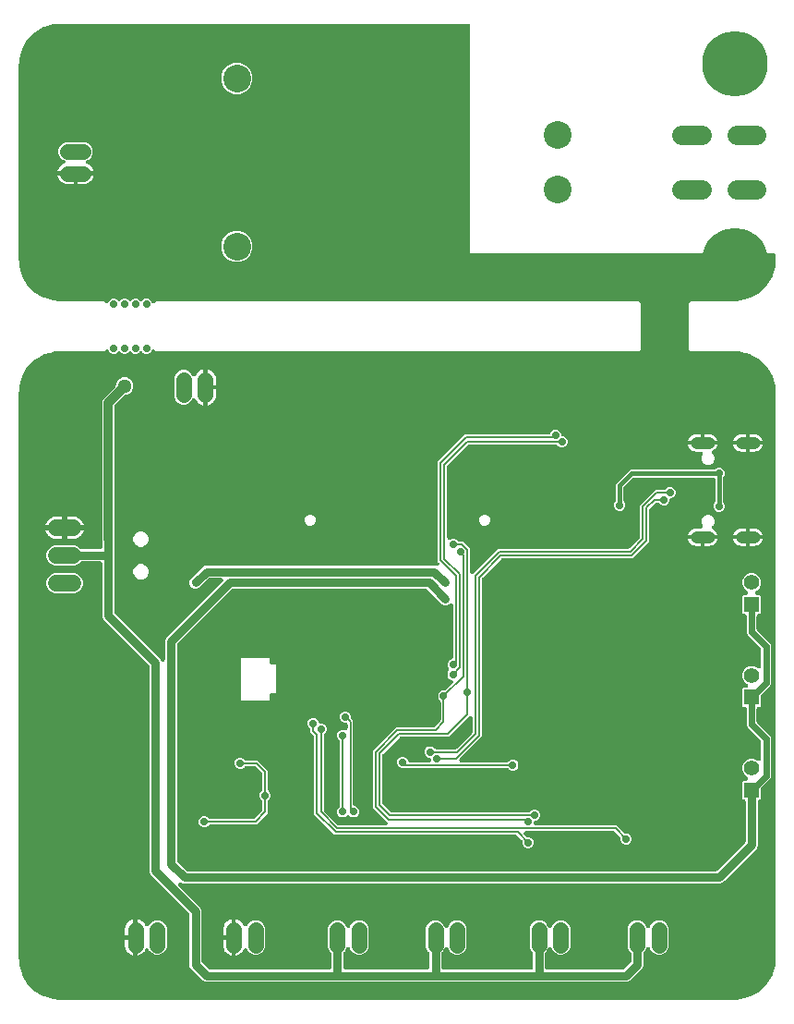
<source format=gbr>
G04 EAGLE Gerber RS-274X export*
G75*
%MOMM*%
%FSLAX34Y34*%
%LPD*%
%INBottom Copper*%
%IPPOS*%
%AMOC8*
5,1,8,0,0,1.08239X$1,22.5*%
G01*
%ADD10C,2.540000*%
%ADD11C,1.800000*%
%ADD12C,1.422400*%
%ADD13C,1.108000*%
%ADD14R,1.422400X1.422400*%
%ADD15C,1.422400*%
%ADD16C,1.524000*%
%ADD17C,0.706400*%
%ADD18C,6.000000*%
%ADD19C,0.800000*%
%ADD20C,0.600000*%
%ADD21C,1.300000*%
%ADD22C,0.812800*%
%ADD23C,0.200000*%
%ADD24C,0.400000*%

G36*
X39970Y896956D02*
X39970Y896956D01*
X39902Y896956D01*
X35273Y896653D01*
X35230Y896645D01*
X35185Y896644D01*
X34984Y896605D01*
X26042Y894209D01*
X25955Y894174D01*
X25865Y894149D01*
X25750Y894093D01*
X25721Y894082D01*
X25707Y894072D01*
X25680Y894059D01*
X17664Y889431D01*
X17589Y889375D01*
X17508Y889327D01*
X17412Y889243D01*
X17386Y889224D01*
X17376Y889212D01*
X17353Y889192D01*
X10808Y882647D01*
X10749Y882573D01*
X10684Y882507D01*
X10612Y882400D01*
X10593Y882376D01*
X10586Y882361D01*
X10569Y882336D01*
X5941Y874320D01*
X5904Y874234D01*
X5858Y874152D01*
X5816Y874031D01*
X5804Y874002D01*
X5801Y873986D01*
X5791Y873958D01*
X3395Y865017D01*
X3389Y864972D01*
X3375Y864930D01*
X3347Y864727D01*
X3044Y860098D01*
X3045Y860069D01*
X3041Y860000D01*
X3041Y680000D01*
X3044Y679970D01*
X3044Y679902D01*
X3347Y675273D01*
X3355Y675230D01*
X3356Y675185D01*
X3395Y674984D01*
X5791Y666042D01*
X5826Y665955D01*
X5851Y665865D01*
X5907Y665750D01*
X5918Y665721D01*
X5928Y665707D01*
X5941Y665680D01*
X10569Y657664D01*
X10625Y657589D01*
X10673Y657508D01*
X10757Y657412D01*
X10776Y657386D01*
X10788Y657376D01*
X10808Y657353D01*
X17353Y650808D01*
X17426Y650750D01*
X17493Y650684D01*
X17505Y650676D01*
X17510Y650671D01*
X17529Y650660D01*
X17600Y650612D01*
X17624Y650593D01*
X17639Y650586D01*
X17664Y650569D01*
X25680Y645941D01*
X25766Y645904D01*
X25848Y645858D01*
X25969Y645816D01*
X25998Y645804D01*
X26014Y645801D01*
X26042Y645791D01*
X34983Y643395D01*
X35028Y643389D01*
X35070Y643375D01*
X35273Y643347D01*
X39902Y643044D01*
X39931Y643045D01*
X40000Y643041D01*
X81260Y643041D01*
X82874Y641427D01*
X82995Y641330D01*
X83116Y641230D01*
X83132Y641222D01*
X83145Y641212D01*
X83286Y641146D01*
X83426Y641076D01*
X83442Y641072D01*
X83458Y641065D01*
X83611Y641033D01*
X83763Y640997D01*
X83780Y640997D01*
X83796Y640994D01*
X83952Y640997D01*
X84108Y640998D01*
X84125Y641001D01*
X84142Y641002D01*
X84293Y641041D01*
X84445Y641077D01*
X84460Y641085D01*
X84476Y641089D01*
X84614Y641162D01*
X84754Y641232D01*
X84767Y641242D01*
X84782Y641250D01*
X84900Y641353D01*
X85020Y641453D01*
X85030Y641466D01*
X85043Y641478D01*
X85133Y641604D01*
X85228Y641729D01*
X85237Y641749D01*
X85244Y641758D01*
X85255Y641784D01*
X85319Y641913D01*
X85713Y642864D01*
X87136Y644287D01*
X88994Y645057D01*
X91006Y645057D01*
X92864Y644287D01*
X93940Y643211D01*
X93968Y643189D01*
X93991Y643163D01*
X94103Y643082D01*
X94211Y642997D01*
X94243Y642982D01*
X94272Y642961D01*
X94399Y642908D01*
X94524Y642850D01*
X94559Y642843D01*
X94591Y642829D01*
X94728Y642807D01*
X94862Y642779D01*
X94898Y642779D01*
X94933Y642774D01*
X95070Y642784D01*
X95208Y642787D01*
X95242Y642796D01*
X95278Y642798D01*
X95409Y642839D01*
X95542Y642874D01*
X95574Y642890D01*
X95608Y642901D01*
X95726Y642971D01*
X95848Y643035D01*
X95875Y643059D01*
X95905Y643077D01*
X96060Y643211D01*
X97136Y644287D01*
X98994Y645057D01*
X101006Y645057D01*
X102864Y644287D01*
X103940Y643211D01*
X103968Y643189D01*
X103991Y643163D01*
X104103Y643082D01*
X104211Y642997D01*
X104243Y642982D01*
X104272Y642961D01*
X104399Y642908D01*
X104524Y642850D01*
X104559Y642843D01*
X104591Y642829D01*
X104728Y642807D01*
X104862Y642779D01*
X104898Y642779D01*
X104933Y642774D01*
X105070Y642784D01*
X105208Y642787D01*
X105242Y642796D01*
X105278Y642798D01*
X105409Y642839D01*
X105542Y642874D01*
X105574Y642890D01*
X105608Y642901D01*
X105726Y642971D01*
X105848Y643035D01*
X105875Y643059D01*
X105905Y643077D01*
X106060Y643211D01*
X107136Y644287D01*
X108994Y645057D01*
X111006Y645057D01*
X112864Y644287D01*
X113940Y643211D01*
X113968Y643189D01*
X113991Y643163D01*
X114103Y643082D01*
X114211Y642997D01*
X114243Y642982D01*
X114272Y642961D01*
X114399Y642908D01*
X114524Y642850D01*
X114559Y642843D01*
X114591Y642829D01*
X114728Y642807D01*
X114862Y642779D01*
X114898Y642779D01*
X114933Y642774D01*
X115070Y642784D01*
X115208Y642787D01*
X115242Y642796D01*
X115278Y642798D01*
X115409Y642839D01*
X115542Y642874D01*
X115574Y642890D01*
X115608Y642901D01*
X115726Y642971D01*
X115848Y643035D01*
X115875Y643059D01*
X115905Y643077D01*
X116060Y643211D01*
X117136Y644287D01*
X118994Y645057D01*
X121006Y645057D01*
X122864Y644287D01*
X124287Y642864D01*
X124681Y641913D01*
X124757Y641776D01*
X124830Y641638D01*
X124841Y641626D01*
X124849Y641611D01*
X124955Y641495D01*
X125057Y641378D01*
X125071Y641368D01*
X125082Y641355D01*
X125211Y641267D01*
X125338Y641176D01*
X125354Y641170D01*
X125368Y641160D01*
X125513Y641104D01*
X125658Y641044D01*
X125674Y641041D01*
X125690Y641035D01*
X125845Y641014D01*
X125999Y640989D01*
X126016Y640990D01*
X126032Y640988D01*
X126187Y641002D01*
X126344Y641013D01*
X126360Y641018D01*
X126377Y641020D01*
X126525Y641070D01*
X126674Y641116D01*
X126688Y641125D01*
X126704Y641130D01*
X126837Y641213D01*
X126972Y641292D01*
X126988Y641306D01*
X126998Y641312D01*
X127018Y641332D01*
X127126Y641427D01*
X128740Y643041D01*
X571260Y643041D01*
X573041Y641260D01*
X573041Y598740D01*
X571260Y596959D01*
X128740Y596959D01*
X127655Y598044D01*
X127638Y598059D01*
X127623Y598076D01*
X127483Y598185D01*
X127346Y598297D01*
X127326Y598308D01*
X127308Y598322D01*
X127150Y598401D01*
X126993Y598483D01*
X126971Y598490D01*
X126951Y598500D01*
X126780Y598546D01*
X126610Y598596D01*
X126587Y598598D01*
X126565Y598604D01*
X126389Y598615D01*
X126212Y598630D01*
X126189Y598627D01*
X126166Y598629D01*
X125991Y598604D01*
X125815Y598584D01*
X125793Y598577D01*
X125771Y598574D01*
X125603Y598515D01*
X125435Y598460D01*
X125415Y598449D01*
X125394Y598441D01*
X125242Y598351D01*
X125088Y598263D01*
X125070Y598248D01*
X125051Y598237D01*
X124920Y598118D01*
X124786Y598001D01*
X124772Y597983D01*
X124755Y597968D01*
X124651Y597825D01*
X124543Y597684D01*
X124533Y597664D01*
X124519Y597646D01*
X124395Y597396D01*
X124287Y597136D01*
X122864Y595713D01*
X121006Y594943D01*
X118994Y594943D01*
X117136Y595713D01*
X116414Y596435D01*
X116390Y596454D01*
X116370Y596477D01*
X116236Y596581D01*
X116104Y596688D01*
X116078Y596702D01*
X116054Y596720D01*
X115901Y596795D01*
X115751Y596874D01*
X115722Y596883D01*
X115695Y596896D01*
X115530Y596939D01*
X115368Y596986D01*
X115338Y596989D01*
X115308Y596997D01*
X115139Y597006D01*
X114970Y597020D01*
X114940Y597017D01*
X114910Y597019D01*
X114742Y596994D01*
X114573Y596974D01*
X114544Y596965D01*
X114514Y596961D01*
X114355Y596903D01*
X114193Y596851D01*
X114167Y596836D01*
X114138Y596825D01*
X113993Y596737D01*
X113846Y596654D01*
X113823Y596634D01*
X113797Y596618D01*
X113586Y596435D01*
X112864Y595713D01*
X111006Y594943D01*
X108994Y594943D01*
X107136Y595713D01*
X106414Y596435D01*
X106390Y596454D01*
X106370Y596477D01*
X106236Y596581D01*
X106104Y596688D01*
X106078Y596702D01*
X106054Y596720D01*
X105901Y596795D01*
X105751Y596874D01*
X105722Y596883D01*
X105695Y596896D01*
X105530Y596939D01*
X105368Y596986D01*
X105338Y596989D01*
X105308Y596997D01*
X105139Y597006D01*
X104970Y597020D01*
X104940Y597017D01*
X104910Y597019D01*
X104742Y596994D01*
X104573Y596974D01*
X104544Y596965D01*
X104514Y596961D01*
X104355Y596903D01*
X104193Y596851D01*
X104167Y596836D01*
X104138Y596825D01*
X103993Y596737D01*
X103846Y596654D01*
X103823Y596634D01*
X103797Y596618D01*
X103586Y596435D01*
X102864Y595713D01*
X101006Y594943D01*
X98994Y594943D01*
X97136Y595713D01*
X96414Y596435D01*
X96390Y596454D01*
X96370Y596477D01*
X96236Y596581D01*
X96104Y596688D01*
X96078Y596702D01*
X96054Y596720D01*
X95901Y596795D01*
X95751Y596874D01*
X95722Y596883D01*
X95695Y596896D01*
X95530Y596939D01*
X95368Y596986D01*
X95338Y596989D01*
X95308Y596997D01*
X95139Y597006D01*
X94970Y597020D01*
X94940Y597017D01*
X94910Y597019D01*
X94742Y596994D01*
X94573Y596974D01*
X94544Y596965D01*
X94514Y596961D01*
X94355Y596903D01*
X94193Y596851D01*
X94167Y596836D01*
X94138Y596825D01*
X93993Y596737D01*
X93846Y596654D01*
X93823Y596634D01*
X93797Y596618D01*
X93586Y596435D01*
X92864Y595713D01*
X91006Y594943D01*
X88994Y594943D01*
X87136Y595713D01*
X85713Y597136D01*
X85605Y597396D01*
X85595Y597416D01*
X85588Y597437D01*
X85500Y597591D01*
X85416Y597748D01*
X85402Y597765D01*
X85391Y597785D01*
X85275Y597918D01*
X85161Y598055D01*
X85143Y598069D01*
X85129Y598086D01*
X84989Y598194D01*
X84850Y598305D01*
X84830Y598316D01*
X84812Y598330D01*
X84653Y598407D01*
X84495Y598489D01*
X84474Y598495D01*
X84453Y598505D01*
X84283Y598550D01*
X84111Y598599D01*
X84089Y598600D01*
X84067Y598606D01*
X83891Y598616D01*
X83713Y598629D01*
X83690Y598627D01*
X83668Y598628D01*
X83494Y598602D01*
X83317Y598581D01*
X83295Y598573D01*
X83273Y598570D01*
X83106Y598510D01*
X82938Y598454D01*
X82918Y598442D01*
X82897Y598435D01*
X82745Y598343D01*
X82592Y598254D01*
X82575Y598239D01*
X82555Y598228D01*
X82345Y598044D01*
X81260Y596959D01*
X40000Y596959D01*
X39954Y596955D01*
X39869Y596955D01*
X35306Y596656D01*
X35250Y596647D01*
X35193Y596645D01*
X34919Y596592D01*
X26104Y594230D01*
X25990Y594187D01*
X25873Y594153D01*
X25779Y594107D01*
X25730Y594089D01*
X25693Y594065D01*
X25622Y594030D01*
X17718Y589467D01*
X17619Y589396D01*
X17515Y589332D01*
X17436Y589264D01*
X17394Y589234D01*
X17364Y589201D01*
X17304Y589149D01*
X10851Y582696D01*
X10773Y582602D01*
X10689Y582513D01*
X10631Y582427D01*
X10598Y582387D01*
X10577Y582347D01*
X10533Y582282D01*
X5970Y574378D01*
X5920Y574267D01*
X5861Y574160D01*
X5827Y574062D01*
X5806Y574014D01*
X5796Y573971D01*
X5770Y573896D01*
X3408Y565081D01*
X3399Y565025D01*
X3382Y564971D01*
X3344Y564694D01*
X3045Y560131D01*
X3047Y560084D01*
X3041Y560000D01*
X3041Y40000D01*
X3045Y39954D01*
X3045Y39869D01*
X3344Y35306D01*
X3353Y35250D01*
X3355Y35193D01*
X3408Y34919D01*
X5770Y26104D01*
X5813Y25990D01*
X5847Y25873D01*
X5893Y25779D01*
X5911Y25730D01*
X5935Y25693D01*
X5970Y25622D01*
X10533Y17718D01*
X10604Y17619D01*
X10668Y17515D01*
X10736Y17436D01*
X10766Y17394D01*
X10799Y17364D01*
X10851Y17304D01*
X17304Y10851D01*
X17398Y10773D01*
X17487Y10689D01*
X17573Y10631D01*
X17613Y10598D01*
X17653Y10577D01*
X17718Y10533D01*
X25622Y5970D01*
X25733Y5920D01*
X25840Y5861D01*
X25938Y5827D01*
X25986Y5806D01*
X26029Y5796D01*
X26104Y5770D01*
X34919Y3408D01*
X34975Y3399D01*
X35029Y3382D01*
X35306Y3344D01*
X39869Y3045D01*
X39916Y3047D01*
X40000Y3041D01*
X660000Y3041D01*
X660046Y3045D01*
X660131Y3045D01*
X664694Y3344D01*
X664750Y3353D01*
X664807Y3355D01*
X665081Y3408D01*
X673896Y5770D01*
X674010Y5813D01*
X674127Y5847D01*
X674221Y5893D01*
X674270Y5911D01*
X674307Y5935D01*
X674378Y5970D01*
X682282Y10533D01*
X682381Y10604D01*
X682485Y10668D01*
X682564Y10736D01*
X682606Y10766D01*
X682636Y10799D01*
X682696Y10851D01*
X689149Y17304D01*
X689159Y17316D01*
X689171Y17326D01*
X689237Y17409D01*
X689311Y17487D01*
X689369Y17573D01*
X689402Y17613D01*
X689409Y17627D01*
X689419Y17639D01*
X689435Y17670D01*
X689467Y17718D01*
X694030Y25622D01*
X694080Y25733D01*
X694139Y25840D01*
X694173Y25938D01*
X694194Y25986D01*
X694204Y26029D01*
X694230Y26104D01*
X696592Y34919D01*
X696601Y34975D01*
X696618Y35029D01*
X696656Y35306D01*
X696955Y39869D01*
X696953Y39916D01*
X696959Y40000D01*
X696959Y560000D01*
X696955Y560046D01*
X696955Y560131D01*
X696656Y564694D01*
X696647Y564750D01*
X696645Y564807D01*
X696592Y565081D01*
X694230Y573896D01*
X694187Y574010D01*
X694153Y574127D01*
X694107Y574221D01*
X694089Y574270D01*
X694065Y574307D01*
X694030Y574378D01*
X689467Y582282D01*
X689396Y582381D01*
X689332Y582485D01*
X689264Y582564D01*
X689234Y582606D01*
X689201Y582636D01*
X689149Y582696D01*
X682696Y589149D01*
X682602Y589227D01*
X682513Y589311D01*
X682427Y589369D01*
X682387Y589402D01*
X682347Y589423D01*
X682282Y589467D01*
X674378Y594030D01*
X674267Y594080D01*
X674160Y594139D01*
X674062Y594173D01*
X674014Y594194D01*
X673971Y594204D01*
X673896Y594230D01*
X665081Y596592D01*
X665025Y596601D01*
X664971Y596618D01*
X664694Y596656D01*
X660131Y596955D01*
X660084Y596953D01*
X660000Y596959D01*
X618740Y596959D01*
X616959Y598740D01*
X616959Y641260D01*
X618740Y643041D01*
X660000Y643041D01*
X660046Y643045D01*
X660131Y643045D01*
X664694Y643344D01*
X664750Y643353D01*
X664807Y643355D01*
X665081Y643408D01*
X673896Y645770D01*
X674010Y645813D01*
X674127Y645847D01*
X674221Y645893D01*
X674270Y645911D01*
X674307Y645935D01*
X674378Y645970D01*
X682282Y650533D01*
X682381Y650604D01*
X682485Y650668D01*
X682564Y650736D01*
X682606Y650766D01*
X682636Y650799D01*
X682696Y650851D01*
X689149Y657304D01*
X689227Y657398D01*
X689311Y657487D01*
X689369Y657573D01*
X689402Y657613D01*
X689423Y657653D01*
X689467Y657718D01*
X694030Y665622D01*
X694080Y665733D01*
X694139Y665840D01*
X694173Y665938D01*
X694194Y665986D01*
X694204Y666029D01*
X694230Y666104D01*
X696592Y674919D01*
X696601Y674975D01*
X696618Y675029D01*
X696656Y675306D01*
X696955Y679869D01*
X696953Y679916D01*
X696959Y680000D01*
X696959Y685000D01*
X696956Y685030D01*
X696958Y685060D01*
X696936Y685229D01*
X696919Y685397D01*
X696910Y685426D01*
X696906Y685456D01*
X696851Y685617D01*
X696801Y685779D01*
X696787Y685806D01*
X696777Y685834D01*
X696691Y685980D01*
X696610Y686129D01*
X696590Y686153D01*
X696575Y686179D01*
X696462Y686305D01*
X696352Y686435D01*
X696329Y686454D01*
X696308Y686476D01*
X696172Y686577D01*
X696039Y686683D01*
X696012Y686697D01*
X695988Y686715D01*
X695835Y686787D01*
X695683Y686864D01*
X695654Y686872D01*
X695627Y686885D01*
X695461Y686925D01*
X695298Y686970D01*
X695268Y686973D01*
X695239Y686980D01*
X694960Y686999D01*
X416999Y686999D01*
X416999Y894960D01*
X416996Y894990D01*
X416998Y895020D01*
X416976Y895189D01*
X416959Y895357D01*
X416950Y895386D01*
X416946Y895416D01*
X416891Y895577D01*
X416841Y895739D01*
X416827Y895766D01*
X416817Y895794D01*
X416731Y895940D01*
X416650Y896089D01*
X416630Y896113D01*
X416615Y896139D01*
X416502Y896265D01*
X416392Y896395D01*
X416368Y896414D01*
X416348Y896436D01*
X416212Y896537D01*
X416079Y896643D01*
X416052Y896657D01*
X416028Y896675D01*
X415875Y896747D01*
X415723Y896824D01*
X415694Y896832D01*
X415667Y896845D01*
X415501Y896885D01*
X415338Y896930D01*
X415308Y896933D01*
X415279Y896940D01*
X415000Y896959D01*
X40000Y896959D01*
X39970Y896956D01*
G37*
%LPC*%
G36*
X173901Y19475D02*
X173901Y19475D01*
X171870Y20316D01*
X160316Y31870D01*
X159475Y33901D01*
X159475Y80883D01*
X159471Y80929D01*
X159473Y80974D01*
X159451Y81127D01*
X159435Y81281D01*
X159422Y81324D01*
X159415Y81369D01*
X159363Y81515D01*
X159317Y81662D01*
X159296Y81702D01*
X159280Y81745D01*
X159200Y81877D01*
X159126Y82013D01*
X159096Y82048D01*
X159073Y82086D01*
X158890Y82297D01*
X123316Y117870D01*
X122475Y119901D01*
X122475Y308883D01*
X122471Y308929D01*
X122473Y308974D01*
X122451Y309127D01*
X122435Y309281D01*
X122422Y309324D01*
X122415Y309369D01*
X122363Y309515D01*
X122317Y309662D01*
X122296Y309702D01*
X122280Y309745D01*
X122200Y309877D01*
X122126Y310013D01*
X122096Y310048D01*
X122073Y310086D01*
X121890Y310297D01*
X80316Y351870D01*
X79475Y353901D01*
X79475Y402476D01*
X79472Y402506D01*
X79474Y402536D01*
X79452Y402705D01*
X79435Y402873D01*
X79426Y402902D01*
X79422Y402932D01*
X79367Y403093D01*
X79317Y403255D01*
X79303Y403282D01*
X79293Y403310D01*
X79207Y403456D01*
X79126Y403605D01*
X79106Y403629D01*
X79091Y403655D01*
X78978Y403781D01*
X78868Y403911D01*
X78845Y403930D01*
X78824Y403952D01*
X78688Y404053D01*
X78555Y404159D01*
X78528Y404173D01*
X78504Y404191D01*
X78351Y404263D01*
X78199Y404340D01*
X78170Y404348D01*
X78143Y404361D01*
X77977Y404401D01*
X77814Y404446D01*
X77784Y404449D01*
X77755Y404456D01*
X77476Y404475D01*
X60856Y404475D01*
X60811Y404471D01*
X60766Y404473D01*
X60613Y404451D01*
X60459Y404435D01*
X60415Y404422D01*
X60370Y404415D01*
X60225Y404363D01*
X60077Y404317D01*
X60037Y404296D01*
X59995Y404280D01*
X59862Y404200D01*
X59727Y404126D01*
X59692Y404096D01*
X59653Y404073D01*
X59442Y403890D01*
X57800Y402247D01*
X54439Y400855D01*
X35561Y400855D01*
X32200Y402247D01*
X29627Y404820D01*
X28235Y408181D01*
X28235Y411819D01*
X29627Y415180D01*
X32200Y417753D01*
X35561Y419145D01*
X54439Y419145D01*
X57800Y417753D01*
X59442Y416110D01*
X59477Y416082D01*
X59508Y416048D01*
X59632Y415956D01*
X59752Y415857D01*
X59792Y415836D01*
X59828Y415809D01*
X59968Y415743D01*
X60105Y415671D01*
X60148Y415658D01*
X60189Y415639D01*
X60340Y415602D01*
X60488Y415559D01*
X60533Y415555D01*
X60577Y415544D01*
X60856Y415525D01*
X77476Y415525D01*
X77506Y415528D01*
X77536Y415526D01*
X77705Y415548D01*
X77873Y415565D01*
X77902Y415574D01*
X77932Y415578D01*
X78093Y415633D01*
X78255Y415683D01*
X78282Y415697D01*
X78310Y415707D01*
X78456Y415793D01*
X78605Y415874D01*
X78629Y415894D01*
X78655Y415909D01*
X78781Y416022D01*
X78911Y416132D01*
X78930Y416155D01*
X78952Y416176D01*
X79053Y416312D01*
X79159Y416445D01*
X79173Y416472D01*
X79191Y416496D01*
X79263Y416649D01*
X79340Y416801D01*
X79348Y416830D01*
X79361Y416857D01*
X79401Y417023D01*
X79446Y417186D01*
X79449Y417216D01*
X79456Y417245D01*
X79475Y417524D01*
X79475Y423336D01*
X79470Y423389D01*
X79472Y423442D01*
X79450Y423587D01*
X79435Y423734D01*
X79420Y423784D01*
X79412Y423836D01*
X79411Y423838D01*
X79411Y551112D01*
X80262Y553166D01*
X91390Y564293D01*
X91418Y564329D01*
X91452Y564359D01*
X91544Y564483D01*
X91643Y564603D01*
X91664Y564643D01*
X91691Y564679D01*
X91757Y564819D01*
X91829Y564956D01*
X91842Y564999D01*
X91861Y565041D01*
X91898Y565191D01*
X91941Y565339D01*
X91945Y565384D01*
X91956Y565429D01*
X91975Y565707D01*
X91975Y566596D01*
X93197Y569546D01*
X95454Y571803D01*
X98404Y573025D01*
X101596Y573025D01*
X104546Y571803D01*
X106803Y569546D01*
X108025Y566596D01*
X108025Y563404D01*
X106803Y560454D01*
X104546Y558197D01*
X101596Y556975D01*
X100707Y556975D01*
X100662Y556971D01*
X100617Y556973D01*
X100464Y556951D01*
X100310Y556935D01*
X100266Y556922D01*
X100221Y556915D01*
X100076Y556863D01*
X99928Y556817D01*
X99888Y556796D01*
X99846Y556780D01*
X99714Y556700D01*
X99578Y556626D01*
X99543Y556596D01*
X99504Y556573D01*
X99293Y556390D01*
X91174Y548271D01*
X91146Y548235D01*
X91112Y548205D01*
X91020Y548081D01*
X90921Y547961D01*
X90900Y547921D01*
X90873Y547885D01*
X90807Y547745D01*
X90735Y547608D01*
X90722Y547565D01*
X90703Y547523D01*
X90666Y547373D01*
X90623Y547225D01*
X90619Y547180D01*
X90618Y547175D01*
X90617Y547173D01*
X90608Y547135D01*
X90589Y546857D01*
X90589Y423809D01*
X90562Y423719D01*
X90557Y423666D01*
X90544Y423615D01*
X90525Y423336D01*
X90525Y358117D01*
X90529Y358071D01*
X90527Y358026D01*
X90549Y357873D01*
X90565Y357719D01*
X90578Y357676D01*
X90585Y357631D01*
X90637Y357485D01*
X90683Y357338D01*
X90704Y357298D01*
X90720Y357255D01*
X90800Y357123D01*
X90874Y356987D01*
X90904Y356952D01*
X90927Y356914D01*
X91110Y356703D01*
X132684Y315130D01*
X133129Y314054D01*
X133132Y314048D01*
X133135Y314040D01*
X133228Y313870D01*
X133318Y313703D01*
X133323Y313697D01*
X133326Y313690D01*
X133451Y313543D01*
X133573Y313395D01*
X133579Y313390D01*
X133584Y313385D01*
X133733Y313266D01*
X133884Y313145D01*
X133891Y313141D01*
X133897Y313137D01*
X134068Y313049D01*
X134239Y312961D01*
X134246Y312959D01*
X134253Y312956D01*
X134438Y312904D01*
X134623Y312852D01*
X134631Y312851D01*
X134638Y312849D01*
X134828Y312836D01*
X135021Y312821D01*
X135029Y312822D01*
X135036Y312821D01*
X135225Y312846D01*
X135418Y312870D01*
X135425Y312872D01*
X135432Y312873D01*
X135613Y312935D01*
X135796Y312996D01*
X135803Y313000D01*
X135810Y313003D01*
X135976Y313100D01*
X136142Y313196D01*
X136148Y313201D01*
X136155Y313205D01*
X136298Y313333D01*
X136442Y313460D01*
X136447Y313466D01*
X136452Y313471D01*
X136567Y313625D01*
X136683Y313779D01*
X136686Y313786D01*
X136691Y313792D01*
X136772Y313965D01*
X136856Y314139D01*
X136858Y314146D01*
X136861Y314153D01*
X136906Y314339D01*
X136954Y314526D01*
X136954Y314534D01*
X136956Y314541D01*
X136975Y314819D01*
X136975Y332099D01*
X137816Y334130D01*
X178652Y374965D01*
X189749Y386062D01*
X189759Y386074D01*
X189770Y386084D01*
X189885Y386228D01*
X190002Y386372D01*
X190009Y386385D01*
X190018Y386397D01*
X190102Y386562D01*
X190188Y386725D01*
X190193Y386739D01*
X190199Y386753D01*
X190249Y386931D01*
X190301Y387108D01*
X190302Y387123D01*
X190306Y387138D01*
X190319Y387321D01*
X190335Y387506D01*
X190333Y387521D01*
X190334Y387536D01*
X190310Y387720D01*
X190289Y387903D01*
X190284Y387917D01*
X190282Y387932D01*
X190222Y388107D01*
X190165Y388283D01*
X190157Y388296D01*
X190152Y388310D01*
X190059Y388470D01*
X189968Y388630D01*
X189958Y388642D01*
X189950Y388655D01*
X189827Y388792D01*
X189706Y388932D01*
X189694Y388941D01*
X189684Y388952D01*
X189537Y389062D01*
X189389Y389175D01*
X189375Y389182D01*
X189363Y389191D01*
X189197Y389269D01*
X189030Y389351D01*
X189016Y389354D01*
X189002Y389361D01*
X188822Y389405D01*
X188644Y389451D01*
X188629Y389452D01*
X188614Y389456D01*
X188336Y389475D01*
X178117Y389475D01*
X178071Y389471D01*
X178026Y389473D01*
X177873Y389451D01*
X177719Y389435D01*
X177676Y389422D01*
X177631Y389415D01*
X177485Y389363D01*
X177338Y389317D01*
X177298Y389296D01*
X177255Y389280D01*
X177123Y389200D01*
X176987Y389126D01*
X176952Y389096D01*
X176914Y389073D01*
X176703Y388890D01*
X168130Y380316D01*
X166099Y379475D01*
X163901Y379475D01*
X161870Y380316D01*
X160316Y381870D01*
X159475Y383901D01*
X159475Y386099D01*
X160316Y388130D01*
X171870Y399684D01*
X173901Y400525D01*
X385099Y400525D01*
X385724Y400266D01*
X385732Y400264D01*
X385738Y400260D01*
X385923Y400206D01*
X386107Y400150D01*
X386114Y400150D01*
X386122Y400148D01*
X386314Y400131D01*
X386504Y400114D01*
X386512Y400114D01*
X386520Y400114D01*
X386711Y400136D01*
X386902Y400156D01*
X386909Y400159D01*
X386916Y400160D01*
X387099Y400219D01*
X387282Y400277D01*
X387289Y400281D01*
X387296Y400283D01*
X387463Y400378D01*
X387631Y400472D01*
X387637Y400477D01*
X387644Y400480D01*
X387789Y400607D01*
X387935Y400731D01*
X387939Y400737D01*
X387945Y400742D01*
X388063Y400896D01*
X388180Y401046D01*
X388184Y401053D01*
X388188Y401059D01*
X388273Y401232D01*
X388359Y401404D01*
X388361Y401411D01*
X388364Y401418D01*
X388412Y401603D01*
X388462Y401789D01*
X388463Y401797D01*
X388465Y401804D01*
X388475Y401993D01*
X388487Y402188D01*
X388486Y402196D01*
X388487Y402203D01*
X388460Y402388D01*
X388432Y402584D01*
X388430Y402591D01*
X388429Y402598D01*
X388364Y402779D01*
X388300Y402961D01*
X388296Y402967D01*
X388294Y402974D01*
X388196Y403135D01*
X388095Y403304D01*
X388090Y403309D01*
X388086Y403316D01*
X387903Y403526D01*
X387178Y404252D01*
X387178Y495748D01*
X411954Y520525D01*
X488408Y520525D01*
X488446Y520529D01*
X488484Y520526D01*
X488644Y520548D01*
X488806Y520565D01*
X488842Y520576D01*
X488879Y520581D01*
X489032Y520635D01*
X489187Y520683D01*
X489220Y520701D01*
X489256Y520713D01*
X489395Y520796D01*
X489538Y520874D01*
X489567Y520899D01*
X489599Y520918D01*
X489719Y521027D01*
X489843Y521132D01*
X489866Y521161D01*
X489894Y521187D01*
X489990Y521317D01*
X490091Y521445D01*
X490108Y521479D01*
X490131Y521509D01*
X490255Y521759D01*
X490713Y522864D01*
X492136Y524287D01*
X493994Y525057D01*
X496006Y525057D01*
X497864Y524287D01*
X499287Y522864D01*
X500057Y521006D01*
X500057Y520983D01*
X500060Y520953D01*
X500058Y520923D01*
X500080Y520755D01*
X500097Y520586D01*
X500106Y520557D01*
X500110Y520527D01*
X500165Y520367D01*
X500215Y520204D01*
X500229Y520178D01*
X500239Y520149D01*
X500325Y520003D01*
X500406Y519854D01*
X500426Y519831D01*
X500441Y519805D01*
X500554Y519678D01*
X500664Y519548D01*
X500687Y519530D01*
X500708Y519507D01*
X500844Y519406D01*
X500977Y519300D01*
X501004Y519287D01*
X501028Y519269D01*
X501181Y519196D01*
X501333Y519119D01*
X501362Y519111D01*
X501389Y519098D01*
X501555Y519058D01*
X501718Y519013D01*
X501748Y519011D01*
X501777Y519004D01*
X502056Y518984D01*
X502079Y518984D01*
X503937Y518214D01*
X505360Y516792D01*
X506129Y514933D01*
X506129Y512921D01*
X505360Y511063D01*
X503937Y509640D01*
X502079Y508871D01*
X500067Y508871D01*
X498208Y509640D01*
X497032Y510817D01*
X496997Y510846D01*
X496966Y510880D01*
X496842Y510972D01*
X496722Y511070D01*
X496682Y511091D01*
X496646Y511118D01*
X496506Y511184D01*
X496369Y511256D01*
X496326Y511269D01*
X496285Y511288D01*
X496134Y511325D01*
X495986Y511368D01*
X495941Y511372D01*
X495897Y511383D01*
X495618Y511403D01*
X415801Y511403D01*
X415756Y511398D01*
X415711Y511401D01*
X415558Y511378D01*
X415404Y511363D01*
X415361Y511349D01*
X415316Y511343D01*
X415170Y511290D01*
X415022Y511245D01*
X414982Y511223D01*
X414940Y511207D01*
X414808Y511127D01*
X414672Y511053D01*
X414637Y511024D01*
X414598Y511000D01*
X414388Y510817D01*
X396337Y492766D01*
X396308Y492731D01*
X396274Y492701D01*
X396182Y492577D01*
X396084Y492457D01*
X396063Y492417D01*
X396035Y492380D01*
X395970Y492240D01*
X395897Y492103D01*
X395885Y492060D01*
X395865Y492019D01*
X395829Y491869D01*
X395785Y491720D01*
X395781Y491675D01*
X395770Y491631D01*
X395751Y491352D01*
X395751Y426419D01*
X395753Y426396D01*
X395751Y426373D01*
X395773Y426197D01*
X395791Y426021D01*
X395798Y426000D01*
X395800Y425977D01*
X395856Y425809D01*
X395909Y425640D01*
X395920Y425620D01*
X395927Y425598D01*
X396015Y425445D01*
X396101Y425289D01*
X396115Y425272D01*
X396127Y425252D01*
X396244Y425119D01*
X396358Y424984D01*
X396376Y424970D01*
X396391Y424953D01*
X396532Y424846D01*
X396671Y424736D01*
X396691Y424725D01*
X396709Y424712D01*
X396869Y424635D01*
X397027Y424555D01*
X397049Y424549D01*
X397070Y424539D01*
X397242Y424495D01*
X397412Y424448D01*
X397435Y424447D01*
X397457Y424441D01*
X397634Y424433D01*
X397811Y424420D01*
X397833Y424423D01*
X397856Y424422D01*
X398031Y424449D01*
X398207Y424472D01*
X398228Y424480D01*
X398251Y424483D01*
X398515Y424572D01*
X400212Y425274D01*
X402224Y425274D01*
X404082Y424505D01*
X405259Y423328D01*
X405294Y423299D01*
X405324Y423266D01*
X405448Y423173D01*
X405568Y423075D01*
X405608Y423054D01*
X405645Y423027D01*
X405784Y422961D01*
X405921Y422889D01*
X405965Y422876D01*
X406006Y422857D01*
X406156Y422820D01*
X406305Y422777D01*
X406350Y422773D01*
X406394Y422762D01*
X406672Y422742D01*
X410393Y422742D01*
X416775Y416360D01*
X416775Y395156D01*
X416776Y395141D01*
X416775Y395125D01*
X416796Y394941D01*
X416815Y394758D01*
X416819Y394744D01*
X416821Y394729D01*
X416878Y394553D01*
X416933Y394377D01*
X416940Y394363D01*
X416945Y394349D01*
X417036Y394188D01*
X417124Y394026D01*
X417134Y394014D01*
X417142Y394001D01*
X417263Y393862D01*
X417382Y393721D01*
X417394Y393711D01*
X417404Y393700D01*
X417550Y393587D01*
X417695Y393473D01*
X417708Y393466D01*
X417720Y393457D01*
X417886Y393376D01*
X418051Y393292D01*
X418065Y393288D01*
X418079Y393281D01*
X418259Y393234D01*
X418436Y393185D01*
X418451Y393184D01*
X418466Y393180D01*
X418650Y393170D01*
X418834Y393157D01*
X418849Y393159D01*
X418864Y393158D01*
X419046Y393185D01*
X419230Y393209D01*
X419245Y393214D01*
X419260Y393216D01*
X419433Y393279D01*
X419608Y393339D01*
X419621Y393346D01*
X419636Y393351D01*
X419794Y393447D01*
X419953Y393541D01*
X419964Y393551D01*
X419977Y393559D01*
X420188Y393742D01*
X421016Y394570D01*
X442494Y416049D01*
X561666Y416049D01*
X561712Y416053D01*
X561757Y416051D01*
X561910Y416073D01*
X562064Y416089D01*
X562107Y416102D01*
X562152Y416109D01*
X562298Y416161D01*
X562445Y416207D01*
X562485Y416228D01*
X562528Y416244D01*
X562660Y416324D01*
X562796Y416398D01*
X562831Y416428D01*
X562869Y416451D01*
X563080Y416634D01*
X571890Y425444D01*
X571918Y425479D01*
X571952Y425509D01*
X572044Y425633D01*
X572143Y425753D01*
X572164Y425793D01*
X572191Y425830D01*
X572257Y425970D01*
X572329Y426107D01*
X572342Y426150D01*
X572361Y426191D01*
X572398Y426341D01*
X572441Y426490D01*
X572445Y426535D01*
X572456Y426579D01*
X572475Y426858D01*
X572475Y456046D01*
X586398Y469969D01*
X594545Y469969D01*
X594591Y469973D01*
X594636Y469971D01*
X594789Y469993D01*
X594943Y470009D01*
X594986Y470022D01*
X595031Y470029D01*
X595177Y470081D01*
X595324Y470127D01*
X595364Y470148D01*
X595407Y470164D01*
X595539Y470244D01*
X595675Y470318D01*
X595710Y470348D01*
X595748Y470371D01*
X595959Y470554D01*
X597136Y471731D01*
X598994Y472501D01*
X601006Y472501D01*
X602864Y471731D01*
X604287Y470308D01*
X605057Y468450D01*
X605057Y466438D01*
X604287Y464580D01*
X602864Y463157D01*
X600940Y462360D01*
X600907Y462342D01*
X600871Y462330D01*
X600731Y462248D01*
X600588Y462171D01*
X600559Y462147D01*
X600527Y462128D01*
X600406Y462020D01*
X600281Y461916D01*
X600257Y461887D01*
X600229Y461861D01*
X600132Y461731D01*
X600031Y461605D01*
X600013Y461571D01*
X599991Y461541D01*
X599922Y461394D01*
X599847Y461250D01*
X599837Y461214D01*
X599820Y461180D01*
X599782Y461022D01*
X599737Y460866D01*
X599735Y460828D01*
X599726Y460792D01*
X599706Y460513D01*
X599706Y459643D01*
X598936Y457785D01*
X597514Y456362D01*
X595655Y455593D01*
X593643Y455593D01*
X591785Y456362D01*
X590608Y457539D01*
X590573Y457568D01*
X590543Y457602D01*
X590419Y457694D01*
X590299Y457792D01*
X590259Y457813D01*
X590223Y457840D01*
X590083Y457906D01*
X589946Y457978D01*
X589902Y457991D01*
X589861Y458010D01*
X589711Y458047D01*
X589562Y458090D01*
X589517Y458094D01*
X589473Y458105D01*
X589195Y458125D01*
X587523Y458125D01*
X587478Y458120D01*
X587433Y458123D01*
X587280Y458100D01*
X587126Y458085D01*
X587083Y458071D01*
X587038Y458065D01*
X586892Y458012D01*
X586744Y457967D01*
X586704Y457945D01*
X586662Y457929D01*
X586530Y457849D01*
X586394Y457775D01*
X586359Y457746D01*
X586320Y457722D01*
X586110Y457539D01*
X581760Y453189D01*
X581731Y453154D01*
X581697Y453124D01*
X581605Y453000D01*
X581507Y452880D01*
X581486Y452840D01*
X581459Y452803D01*
X581393Y452663D01*
X581321Y452527D01*
X581308Y452483D01*
X581288Y452442D01*
X581252Y452292D01*
X581208Y452143D01*
X581204Y452098D01*
X581194Y452054D01*
X581174Y451775D01*
X581174Y422604D01*
X566046Y407475D01*
X446874Y407475D01*
X446829Y407471D01*
X446783Y407473D01*
X446630Y407451D01*
X446476Y407435D01*
X446433Y407422D01*
X446388Y407415D01*
X446243Y407363D01*
X446095Y407317D01*
X446055Y407296D01*
X446012Y407280D01*
X445880Y407200D01*
X445744Y407126D01*
X445710Y407096D01*
X445671Y407073D01*
X445460Y406890D01*
X428110Y389540D01*
X428082Y389505D01*
X428048Y389474D01*
X427956Y389350D01*
X427857Y389231D01*
X427836Y389190D01*
X427809Y389154D01*
X427743Y389014D01*
X427671Y388877D01*
X427658Y388834D01*
X427639Y388793D01*
X427602Y388642D01*
X427559Y388494D01*
X427555Y388449D01*
X427544Y388405D01*
X427525Y388126D01*
X427525Y243954D01*
X425460Y241890D01*
X407380Y223809D01*
X407370Y223797D01*
X407358Y223788D01*
X407243Y223643D01*
X407127Y223500D01*
X407120Y223486D01*
X407110Y223475D01*
X407026Y223310D01*
X406940Y223146D01*
X406936Y223132D01*
X406929Y223118D01*
X406880Y222941D01*
X406828Y222763D01*
X406827Y222748D01*
X406823Y222733D01*
X406810Y222550D01*
X406794Y222365D01*
X406796Y222350D01*
X406795Y222335D01*
X406819Y222151D01*
X406840Y221968D01*
X406845Y221954D01*
X406847Y221939D01*
X406907Y221764D01*
X406964Y221589D01*
X406971Y221575D01*
X406976Y221561D01*
X407070Y221402D01*
X407161Y221241D01*
X407171Y221230D01*
X407178Y221217D01*
X407302Y221079D01*
X407423Y220940D01*
X407435Y220930D01*
X407445Y220919D01*
X407592Y220810D01*
X407740Y220696D01*
X407753Y220690D01*
X407765Y220681D01*
X407932Y220602D01*
X408098Y220521D01*
X408113Y220517D01*
X408127Y220510D01*
X408307Y220466D01*
X408485Y220420D01*
X408500Y220419D01*
X408515Y220416D01*
X408793Y220396D01*
X450417Y220396D01*
X450462Y220401D01*
X450507Y220398D01*
X450660Y220421D01*
X450814Y220436D01*
X450857Y220449D01*
X450902Y220456D01*
X451048Y220508D01*
X451196Y220554D01*
X451236Y220576D01*
X451278Y220591D01*
X451410Y220671D01*
X451546Y220746D01*
X451581Y220775D01*
X451620Y220799D01*
X451830Y220982D01*
X453136Y222287D01*
X454994Y223057D01*
X457006Y223057D01*
X458864Y222287D01*
X460287Y220864D01*
X461057Y219006D01*
X461057Y216994D01*
X460287Y215136D01*
X458864Y213713D01*
X457006Y212943D01*
X454994Y212943D01*
X453136Y213713D01*
X452088Y214761D01*
X452052Y214790D01*
X452022Y214824D01*
X451898Y214916D01*
X451778Y215014D01*
X451738Y215035D01*
X451702Y215062D01*
X451562Y215128D01*
X451425Y215200D01*
X451382Y215213D01*
X451340Y215232D01*
X451190Y215269D01*
X451042Y215313D01*
X450997Y215316D01*
X450952Y215327D01*
X450674Y215347D01*
X356421Y215347D01*
X356409Y215353D01*
X356366Y215366D01*
X356325Y215385D01*
X356174Y215422D01*
X356026Y215465D01*
X355981Y215469D01*
X355937Y215480D01*
X355658Y215499D01*
X353994Y215499D01*
X352136Y216269D01*
X350713Y217692D01*
X349943Y219550D01*
X349943Y221562D01*
X350713Y223420D01*
X352136Y224843D01*
X353994Y225613D01*
X356006Y225613D01*
X357864Y224843D01*
X359287Y223420D01*
X360028Y221630D01*
X360046Y221597D01*
X360059Y221561D01*
X360140Y221421D01*
X360217Y221278D01*
X360242Y221249D01*
X360261Y221217D01*
X360369Y221096D01*
X360472Y220971D01*
X360502Y220947D01*
X360527Y220919D01*
X360657Y220822D01*
X360784Y220721D01*
X360817Y220703D01*
X360848Y220681D01*
X360994Y220612D01*
X361138Y220537D01*
X361175Y220527D01*
X361209Y220510D01*
X361366Y220472D01*
X361522Y220428D01*
X361560Y220425D01*
X361597Y220416D01*
X361875Y220396D01*
X379070Y220396D01*
X379093Y220398D01*
X379115Y220397D01*
X379291Y220418D01*
X379467Y220436D01*
X379489Y220443D01*
X379512Y220446D01*
X379680Y220502D01*
X379849Y220554D01*
X379869Y220565D01*
X379891Y220572D01*
X380043Y220660D01*
X380199Y220746D01*
X380217Y220760D01*
X380237Y220772D01*
X380369Y220889D01*
X380505Y221003D01*
X380519Y221021D01*
X380536Y221036D01*
X380643Y221177D01*
X380753Y221316D01*
X380763Y221337D01*
X380777Y221355D01*
X380853Y221514D01*
X380934Y221672D01*
X380940Y221694D01*
X380950Y221715D01*
X380993Y221887D01*
X381040Y222057D01*
X381042Y222080D01*
X381048Y222102D01*
X381056Y222279D01*
X381068Y222456D01*
X381065Y222478D01*
X381066Y222501D01*
X381039Y222676D01*
X381016Y222852D01*
X381016Y222853D01*
X381016Y222944D01*
X381013Y222974D01*
X381015Y223004D01*
X380993Y223173D01*
X380976Y223341D01*
X380967Y223370D01*
X380963Y223400D01*
X380908Y223561D01*
X380858Y223723D01*
X380843Y223750D01*
X380834Y223778D01*
X380748Y223924D01*
X380666Y224073D01*
X380647Y224097D01*
X380631Y224123D01*
X380518Y224249D01*
X380409Y224379D01*
X380385Y224398D01*
X380365Y224420D01*
X380229Y224521D01*
X380096Y224627D01*
X380069Y224641D01*
X380045Y224659D01*
X379891Y224731D01*
X379740Y224808D01*
X379711Y224816D01*
X379683Y224829D01*
X379518Y224869D01*
X379355Y224914D01*
X379325Y224917D01*
X379295Y224924D01*
X379017Y224943D01*
X378994Y224943D01*
X377136Y225713D01*
X375713Y227136D01*
X374943Y228994D01*
X374943Y231006D01*
X375713Y232864D01*
X377136Y234287D01*
X378994Y235057D01*
X381006Y235057D01*
X382864Y234287D01*
X384041Y233110D01*
X384076Y233082D01*
X384106Y233048D01*
X384230Y232956D01*
X384350Y232857D01*
X384390Y232836D01*
X384427Y232809D01*
X384567Y232743D01*
X384704Y232671D01*
X384747Y232658D01*
X384788Y232639D01*
X384938Y232602D01*
X385087Y232559D01*
X385132Y232555D01*
X385176Y232544D01*
X385455Y232525D01*
X403126Y232525D01*
X403171Y232529D01*
X403217Y232527D01*
X403370Y232549D01*
X403524Y232565D01*
X403567Y232578D01*
X403612Y232585D01*
X403757Y232637D01*
X403905Y232683D01*
X403945Y232704D01*
X403988Y232720D01*
X404120Y232800D01*
X404256Y232874D01*
X404290Y232904D01*
X404329Y232927D01*
X404540Y233110D01*
X418366Y246936D01*
X418394Y246971D01*
X418428Y247002D01*
X418520Y247126D01*
X418619Y247245D01*
X418640Y247286D01*
X418667Y247322D01*
X418733Y247462D01*
X418805Y247599D01*
X418818Y247642D01*
X418837Y247683D01*
X418874Y247834D01*
X418917Y247982D01*
X418921Y248027D01*
X418932Y248071D01*
X418951Y248350D01*
X418951Y260554D01*
X418950Y260569D01*
X418951Y260584D01*
X418930Y260768D01*
X418911Y260952D01*
X418907Y260966D01*
X418905Y260981D01*
X418848Y261156D01*
X418793Y261333D01*
X418786Y261346D01*
X418781Y261361D01*
X418691Y261521D01*
X418602Y261684D01*
X418592Y261695D01*
X418584Y261708D01*
X418463Y261848D01*
X418344Y261989D01*
X418332Y261998D01*
X418322Y262010D01*
X418176Y262123D01*
X418031Y262237D01*
X418018Y262244D01*
X418006Y262253D01*
X417840Y262334D01*
X417675Y262418D01*
X417660Y262422D01*
X417647Y262429D01*
X417468Y262475D01*
X417290Y262525D01*
X417275Y262526D01*
X417260Y262529D01*
X417077Y262540D01*
X416892Y262553D01*
X416877Y262551D01*
X416862Y262551D01*
X416679Y262525D01*
X416496Y262501D01*
X416481Y262496D01*
X416466Y262494D01*
X416292Y262431D01*
X416118Y262371D01*
X416105Y262363D01*
X416091Y262358D01*
X415933Y262262D01*
X415773Y262169D01*
X415762Y262159D01*
X415749Y262151D01*
X415538Y261968D01*
X397522Y243951D01*
X353334Y243951D01*
X353288Y243947D01*
X353243Y243949D01*
X353090Y243927D01*
X352936Y243911D01*
X352893Y243898D01*
X352848Y243891D01*
X352702Y243839D01*
X352555Y243793D01*
X352515Y243772D01*
X352472Y243756D01*
X352340Y243676D01*
X352204Y243602D01*
X352169Y243572D01*
X352131Y243549D01*
X351920Y243366D01*
X336634Y228080D01*
X336606Y228045D01*
X336572Y228015D01*
X336480Y227891D01*
X336381Y227771D01*
X336360Y227731D01*
X336333Y227694D01*
X336267Y227554D01*
X336195Y227417D01*
X336182Y227374D01*
X336163Y227333D01*
X336126Y227183D01*
X336083Y227034D01*
X336079Y226989D01*
X336068Y226945D01*
X336049Y226666D01*
X336049Y183350D01*
X336053Y183305D01*
X336051Y183259D01*
X336073Y183106D01*
X336089Y182952D01*
X336102Y182909D01*
X336109Y182864D01*
X336161Y182719D01*
X336207Y182571D01*
X336228Y182531D01*
X336244Y182488D01*
X336324Y182356D01*
X336398Y182220D01*
X336428Y182186D01*
X336451Y182147D01*
X336634Y181936D01*
X343348Y175222D01*
X343383Y175194D01*
X343414Y175160D01*
X343538Y175068D01*
X343657Y174969D01*
X343698Y174948D01*
X343734Y174921D01*
X343874Y174855D01*
X344011Y174783D01*
X344054Y174770D01*
X344095Y174751D01*
X344246Y174714D01*
X344394Y174671D01*
X344439Y174667D01*
X344483Y174656D01*
X344762Y174637D01*
X470635Y174637D01*
X470680Y174641D01*
X470725Y174639D01*
X470878Y174661D01*
X471032Y174677D01*
X471075Y174690D01*
X471120Y174697D01*
X471266Y174749D01*
X471414Y174795D01*
X471453Y174816D01*
X471496Y174832D01*
X471628Y174912D01*
X471764Y174986D01*
X471799Y175016D01*
X471838Y175039D01*
X472048Y175222D01*
X473225Y176399D01*
X475083Y177169D01*
X477095Y177169D01*
X478954Y176399D01*
X480376Y174976D01*
X481146Y173118D01*
X481146Y171106D01*
X480376Y169248D01*
X478954Y167825D01*
X477095Y167055D01*
X477056Y167055D01*
X477026Y167052D01*
X476996Y167054D01*
X476827Y167032D01*
X476659Y167015D01*
X476630Y167006D01*
X476600Y167002D01*
X476439Y166947D01*
X476277Y166897D01*
X476250Y166883D01*
X476222Y166873D01*
X476076Y166787D01*
X475927Y166706D01*
X475903Y166686D01*
X475877Y166671D01*
X475751Y166558D01*
X475621Y166448D01*
X475602Y166425D01*
X475580Y166404D01*
X475479Y166268D01*
X475373Y166135D01*
X475359Y166108D01*
X475341Y166084D01*
X475269Y165931D01*
X475192Y165779D01*
X475184Y165750D01*
X475171Y165723D01*
X475131Y165557D01*
X475086Y165394D01*
X475083Y165364D01*
X475076Y165335D01*
X475057Y165056D01*
X475057Y164961D01*
X475040Y164907D01*
X475038Y164884D01*
X475032Y164862D01*
X475020Y164686D01*
X475004Y164509D01*
X475006Y164486D01*
X475004Y164464D01*
X475027Y164288D01*
X475046Y164112D01*
X475053Y164090D01*
X475056Y164068D01*
X475114Y163900D01*
X475167Y163731D01*
X475178Y163711D01*
X475186Y163690D01*
X475275Y163537D01*
X475362Y163382D01*
X475376Y163365D01*
X475388Y163345D01*
X475506Y163213D01*
X475621Y163079D01*
X475639Y163065D01*
X475654Y163048D01*
X475797Y162942D01*
X475936Y162833D01*
X475957Y162823D01*
X475975Y162809D01*
X476135Y162734D01*
X476294Y162655D01*
X476316Y162649D01*
X476336Y162639D01*
X476508Y162597D01*
X476679Y162551D01*
X476702Y162550D01*
X476724Y162544D01*
X477003Y162525D01*
X551046Y162525D01*
X557928Y155642D01*
X557963Y155614D01*
X557994Y155580D01*
X558118Y155488D01*
X558237Y155389D01*
X558278Y155368D01*
X558314Y155341D01*
X558454Y155275D01*
X558591Y155203D01*
X558634Y155190D01*
X558675Y155171D01*
X558826Y155134D01*
X558974Y155091D01*
X559019Y155087D01*
X559063Y155076D01*
X559342Y155057D01*
X561006Y155057D01*
X562864Y154287D01*
X564287Y152864D01*
X565057Y151006D01*
X565057Y148994D01*
X564287Y147136D01*
X562864Y145713D01*
X561006Y144943D01*
X558994Y144943D01*
X557136Y145713D01*
X555713Y147136D01*
X554943Y148994D01*
X554943Y150658D01*
X554939Y150703D01*
X554941Y150749D01*
X554919Y150902D01*
X554903Y151056D01*
X554890Y151099D01*
X554883Y151144D01*
X554831Y151289D01*
X554785Y151437D01*
X554764Y151477D01*
X554748Y151520D01*
X554668Y151652D01*
X554594Y151788D01*
X554564Y151822D01*
X554541Y151861D01*
X554358Y152072D01*
X549540Y156890D01*
X549505Y156918D01*
X549474Y156952D01*
X549350Y157044D01*
X549231Y157143D01*
X549190Y157164D01*
X549154Y157191D01*
X549014Y157257D01*
X548877Y157329D01*
X548834Y157342D01*
X548793Y157361D01*
X548642Y157398D01*
X548494Y157441D01*
X548449Y157445D01*
X548405Y157456D01*
X548126Y157475D01*
X467922Y157475D01*
X467907Y157474D01*
X467892Y157475D01*
X467708Y157454D01*
X467524Y157435D01*
X467510Y157431D01*
X467495Y157429D01*
X467319Y157372D01*
X467143Y157317D01*
X467130Y157310D01*
X467115Y157305D01*
X466955Y157215D01*
X466792Y157126D01*
X466781Y157116D01*
X466768Y157108D01*
X466628Y156987D01*
X466487Y156868D01*
X466478Y156856D01*
X466466Y156846D01*
X466354Y156700D01*
X466239Y156555D01*
X466232Y156542D01*
X466223Y156530D01*
X466142Y156364D01*
X466058Y156199D01*
X466054Y156184D01*
X466047Y156171D01*
X466001Y155993D01*
X465951Y155814D01*
X465950Y155799D01*
X465947Y155784D01*
X465936Y155601D01*
X465923Y155416D01*
X465925Y155401D01*
X465925Y155386D01*
X465951Y155203D01*
X465975Y155020D01*
X465980Y155005D01*
X465982Y154990D01*
X466045Y154817D01*
X466105Y154642D01*
X466113Y154629D01*
X466118Y154615D01*
X466213Y154457D01*
X466307Y154297D01*
X466317Y154286D01*
X466325Y154273D01*
X466508Y154062D01*
X467928Y152642D01*
X467963Y152614D01*
X467994Y152580D01*
X468118Y152487D01*
X468237Y152389D01*
X468278Y152368D01*
X468314Y152341D01*
X468454Y152275D01*
X468591Y152203D01*
X468634Y152190D01*
X468675Y152171D01*
X468826Y152134D01*
X468974Y152091D01*
X469019Y152087D01*
X469063Y152076D01*
X469342Y152057D01*
X471006Y152057D01*
X472864Y151287D01*
X474287Y149864D01*
X475057Y148006D01*
X475057Y145994D01*
X474287Y144136D01*
X472864Y142713D01*
X471006Y141943D01*
X468994Y141943D01*
X467136Y142713D01*
X465713Y144136D01*
X464943Y145994D01*
X464943Y147658D01*
X464939Y147703D01*
X464941Y147749D01*
X464919Y147902D01*
X464903Y148056D01*
X464890Y148099D01*
X464883Y148144D01*
X464831Y148289D01*
X464785Y148437D01*
X464764Y148477D01*
X464748Y148520D01*
X464668Y148652D01*
X464594Y148788D01*
X464564Y148822D01*
X464541Y148861D01*
X464358Y149072D01*
X460064Y153366D01*
X460029Y153394D01*
X459998Y153428D01*
X459874Y153520D01*
X459755Y153619D01*
X459714Y153640D01*
X459678Y153667D01*
X459538Y153733D01*
X459401Y153805D01*
X459358Y153818D01*
X459317Y153837D01*
X459166Y153874D01*
X459018Y153917D01*
X458973Y153921D01*
X458929Y153932D01*
X458650Y153951D01*
X292478Y153951D01*
X273475Y172954D01*
X273475Y244126D01*
X273471Y244171D01*
X273473Y244217D01*
X273451Y244370D01*
X273435Y244524D01*
X273422Y244567D01*
X273415Y244612D01*
X273363Y244757D01*
X273317Y244905D01*
X273296Y244945D01*
X273280Y244988D01*
X273200Y245120D01*
X273126Y245256D01*
X273096Y245290D01*
X273073Y245329D01*
X272890Y245540D01*
X270475Y247954D01*
X270475Y250545D01*
X270471Y250591D01*
X270473Y250636D01*
X270451Y250789D01*
X270435Y250943D01*
X270422Y250986D01*
X270415Y251031D01*
X270363Y251176D01*
X270317Y251324D01*
X270295Y251364D01*
X270280Y251407D01*
X270200Y251539D01*
X270126Y251675D01*
X270096Y251710D01*
X270073Y251748D01*
X269890Y251959D01*
X268713Y253136D01*
X267943Y254994D01*
X267943Y257006D01*
X268713Y258864D01*
X270136Y260287D01*
X271994Y261057D01*
X274006Y261057D01*
X275864Y260287D01*
X277287Y258864D01*
X277939Y257291D01*
X277957Y257258D01*
X277969Y257222D01*
X278051Y257082D01*
X278128Y256939D01*
X278152Y256910D01*
X278171Y256877D01*
X278279Y256757D01*
X278383Y256632D01*
X278412Y256608D01*
X278437Y256580D01*
X278567Y256483D01*
X278694Y256381D01*
X278728Y256364D01*
X278758Y256341D01*
X278904Y256272D01*
X279049Y256198D01*
X279085Y256187D01*
X279119Y256171D01*
X279277Y256133D01*
X279433Y256088D01*
X279470Y256085D01*
X279507Y256076D01*
X279786Y256057D01*
X281006Y256057D01*
X282864Y255287D01*
X284287Y253864D01*
X285057Y252006D01*
X285057Y249994D01*
X284287Y248136D01*
X283110Y246959D01*
X283082Y246924D01*
X283048Y246894D01*
X282956Y246770D01*
X282857Y246650D01*
X282836Y246610D01*
X282809Y246573D01*
X282743Y246433D01*
X282671Y246296D01*
X282658Y246253D01*
X282639Y246212D01*
X282602Y246062D01*
X282559Y245913D01*
X282555Y245868D01*
X282544Y245824D01*
X282525Y245545D01*
X282525Y176874D01*
X282529Y176829D01*
X282527Y176783D01*
X282549Y176630D01*
X282565Y176476D01*
X282578Y176433D01*
X282585Y176388D01*
X282637Y176243D01*
X282683Y176095D01*
X282704Y176055D01*
X282720Y176012D01*
X282800Y175880D01*
X282874Y175744D01*
X282904Y175710D01*
X282927Y175671D01*
X283110Y175460D01*
X295460Y163110D01*
X295495Y163082D01*
X295526Y163048D01*
X295650Y162956D01*
X295769Y162857D01*
X295810Y162836D01*
X295846Y162809D01*
X295986Y162743D01*
X296123Y162671D01*
X296166Y162658D01*
X296207Y162639D01*
X296358Y162602D01*
X296506Y162559D01*
X296551Y162555D01*
X296595Y162544D01*
X296874Y162525D01*
X339078Y162525D01*
X339093Y162526D01*
X339108Y162525D01*
X339292Y162546D01*
X339476Y162565D01*
X339490Y162569D01*
X339505Y162571D01*
X339680Y162628D01*
X339857Y162683D01*
X339870Y162690D01*
X339885Y162695D01*
X340045Y162785D01*
X340208Y162874D01*
X340219Y162884D01*
X340232Y162892D01*
X340372Y163013D01*
X340513Y163132D01*
X340522Y163144D01*
X340534Y163154D01*
X340647Y163300D01*
X340761Y163445D01*
X340768Y163458D01*
X340777Y163470D01*
X340858Y163636D01*
X340942Y163801D01*
X340946Y163816D01*
X340953Y163829D01*
X340999Y164008D01*
X341049Y164186D01*
X341050Y164201D01*
X341053Y164216D01*
X341064Y164399D01*
X341077Y164584D01*
X341075Y164599D01*
X341075Y164614D01*
X341049Y164797D01*
X341025Y164980D01*
X341020Y164995D01*
X341018Y165010D01*
X340955Y165184D01*
X340895Y165358D01*
X340887Y165371D01*
X340882Y165385D01*
X340786Y165543D01*
X340693Y165703D01*
X340683Y165714D01*
X340675Y165727D01*
X340492Y165938D01*
X329540Y176890D01*
X327475Y178954D01*
X327475Y231046D01*
X348954Y252525D01*
X383126Y252525D01*
X383171Y252529D01*
X383217Y252527D01*
X383370Y252549D01*
X383524Y252565D01*
X383567Y252578D01*
X383612Y252585D01*
X383757Y252637D01*
X383905Y252683D01*
X383945Y252704D01*
X383988Y252720D01*
X384120Y252800D01*
X384256Y252874D01*
X384290Y252904D01*
X384329Y252927D01*
X384540Y253110D01*
X389390Y257960D01*
X389418Y257995D01*
X389452Y258026D01*
X389544Y258150D01*
X389643Y258269D01*
X389664Y258310D01*
X389691Y258346D01*
X389757Y258486D01*
X389829Y258623D01*
X389842Y258666D01*
X389861Y258707D01*
X389898Y258858D01*
X389941Y259006D01*
X389945Y259051D01*
X389956Y259095D01*
X389975Y259374D01*
X389975Y275545D01*
X389971Y275591D01*
X389973Y275636D01*
X389951Y275789D01*
X389935Y275943D01*
X389922Y275986D01*
X389915Y276031D01*
X389863Y276177D01*
X389817Y276324D01*
X389796Y276364D01*
X389780Y276407D01*
X389700Y276539D01*
X389626Y276675D01*
X389596Y276710D01*
X389573Y276748D01*
X389390Y276959D01*
X388213Y278136D01*
X387443Y279994D01*
X387443Y282006D01*
X388213Y283864D01*
X389636Y285287D01*
X391494Y286057D01*
X393158Y286057D01*
X393203Y286061D01*
X393249Y286059D01*
X393402Y286081D01*
X393556Y286097D01*
X393599Y286110D01*
X393644Y286117D01*
X393789Y286169D01*
X393937Y286215D01*
X393977Y286236D01*
X394020Y286252D01*
X394152Y286332D01*
X394288Y286406D01*
X394322Y286436D01*
X394361Y286459D01*
X394572Y286642D01*
X400621Y292692D01*
X400635Y292709D01*
X400653Y292724D01*
X400762Y292864D01*
X400874Y293001D01*
X400884Y293021D01*
X400898Y293039D01*
X400978Y293198D01*
X401060Y293354D01*
X401067Y293376D01*
X401077Y293396D01*
X401123Y293567D01*
X401172Y293737D01*
X401174Y293760D01*
X401180Y293782D01*
X401191Y293959D01*
X401206Y294135D01*
X401204Y294158D01*
X401205Y294181D01*
X401181Y294356D01*
X401160Y294532D01*
X401153Y294554D01*
X401150Y294576D01*
X401092Y294744D01*
X401037Y294912D01*
X401025Y294932D01*
X401018Y294953D01*
X400927Y295105D01*
X400840Y295259D01*
X400825Y295277D01*
X400813Y295296D01*
X400695Y295427D01*
X400578Y295561D01*
X400560Y295575D01*
X400544Y295592D01*
X400402Y295696D01*
X400261Y295804D01*
X400241Y295814D01*
X400222Y295828D01*
X399972Y295952D01*
X398136Y296713D01*
X396713Y298136D01*
X395943Y299994D01*
X395943Y302006D01*
X396713Y303864D01*
X396863Y304015D01*
X396883Y304038D01*
X396905Y304058D01*
X397009Y304192D01*
X397116Y304324D01*
X397130Y304351D01*
X397149Y304375D01*
X397223Y304527D01*
X397302Y304677D01*
X397311Y304706D01*
X397324Y304733D01*
X397367Y304898D01*
X397415Y305060D01*
X397417Y305091D01*
X397425Y305120D01*
X397434Y305289D01*
X397449Y305458D01*
X397445Y305489D01*
X397447Y305519D01*
X397422Y305687D01*
X397403Y305855D01*
X397393Y305884D01*
X397389Y305914D01*
X397331Y306074D01*
X397279Y306235D01*
X397264Y306261D01*
X397254Y306290D01*
X397166Y306435D01*
X397082Y306582D01*
X397062Y306605D01*
X397046Y306631D01*
X396863Y306842D01*
X396859Y306846D01*
X396089Y308705D01*
X396089Y310716D01*
X396859Y312575D01*
X398282Y313997D01*
X399919Y314676D01*
X399952Y314694D01*
X399988Y314706D01*
X400128Y314788D01*
X400271Y314865D01*
X400300Y314889D01*
X400333Y314908D01*
X400453Y315016D01*
X400578Y315120D01*
X400602Y315149D01*
X400630Y315174D01*
X400727Y315304D01*
X400829Y315431D01*
X400846Y315465D01*
X400869Y315495D01*
X400938Y315641D01*
X401012Y315786D01*
X401023Y315822D01*
X401039Y315856D01*
X401077Y316014D01*
X401122Y316170D01*
X401125Y316207D01*
X401134Y316244D01*
X401153Y316523D01*
X401153Y364514D01*
X401152Y364529D01*
X401153Y364544D01*
X401132Y364726D01*
X401113Y364911D01*
X401109Y364925D01*
X401107Y364940D01*
X401050Y365116D01*
X400995Y365293D01*
X400988Y365306D01*
X400983Y365320D01*
X400892Y365481D01*
X400804Y365643D01*
X400794Y365655D01*
X400786Y365668D01*
X400665Y365808D01*
X400546Y365948D01*
X400534Y365958D01*
X400524Y365969D01*
X400378Y366082D01*
X400233Y366196D01*
X400220Y366203D01*
X400208Y366213D01*
X400042Y366294D01*
X399877Y366377D01*
X399863Y366381D01*
X399849Y366388D01*
X399669Y366435D01*
X399492Y366484D01*
X399477Y366485D01*
X399462Y366489D01*
X399278Y366499D01*
X399094Y366512D01*
X399079Y366510D01*
X399064Y366511D01*
X398882Y366484D01*
X398698Y366460D01*
X398683Y366455D01*
X398668Y366453D01*
X398495Y366391D01*
X398320Y366330D01*
X398307Y366323D01*
X398292Y366318D01*
X398134Y366222D01*
X397975Y366128D01*
X397964Y366118D01*
X397951Y366110D01*
X397740Y365927D01*
X397130Y365316D01*
X395099Y364475D01*
X392901Y364475D01*
X390870Y365316D01*
X377297Y378890D01*
X377262Y378918D01*
X377232Y378952D01*
X377108Y379044D01*
X376988Y379143D01*
X376948Y379164D01*
X376911Y379191D01*
X376771Y379257D01*
X376635Y379329D01*
X376591Y379342D01*
X376550Y379361D01*
X376400Y379398D01*
X376251Y379441D01*
X376206Y379445D01*
X376162Y379456D01*
X375883Y379475D01*
X199617Y379475D01*
X199571Y379471D01*
X199526Y379473D01*
X199373Y379451D01*
X199219Y379435D01*
X199176Y379422D01*
X199131Y379415D01*
X198985Y379363D01*
X198838Y379317D01*
X198798Y379296D01*
X198755Y379280D01*
X198623Y379200D01*
X198487Y379126D01*
X198452Y379096D01*
X198414Y379073D01*
X198203Y378890D01*
X148610Y329297D01*
X148582Y329262D01*
X148548Y329232D01*
X148456Y329108D01*
X148357Y328988D01*
X148336Y328948D01*
X148309Y328911D01*
X148243Y328771D01*
X148171Y328635D01*
X148158Y328591D01*
X148139Y328550D01*
X148102Y328400D01*
X148059Y328251D01*
X148055Y328206D01*
X148044Y328162D01*
X148025Y327883D01*
X148025Y130617D01*
X148029Y130571D01*
X148027Y130526D01*
X148049Y130373D01*
X148065Y130219D01*
X148078Y130176D01*
X148085Y130131D01*
X148137Y129985D01*
X148183Y129838D01*
X148204Y129798D01*
X148220Y129755D01*
X148300Y129623D01*
X148374Y129487D01*
X148404Y129452D01*
X148427Y129414D01*
X148610Y129203D01*
X156703Y121110D01*
X156738Y121082D01*
X156768Y121048D01*
X156892Y120956D01*
X157012Y120857D01*
X157052Y120836D01*
X157089Y120809D01*
X157229Y120743D01*
X157365Y120671D01*
X157409Y120658D01*
X157450Y120639D01*
X157600Y120602D01*
X157749Y120559D01*
X157794Y120555D01*
X157838Y120544D01*
X158117Y120525D01*
X641883Y120525D01*
X641929Y120529D01*
X641974Y120527D01*
X642127Y120549D01*
X642281Y120565D01*
X642324Y120578D01*
X642369Y120585D01*
X642515Y120637D01*
X642662Y120683D01*
X642702Y120704D01*
X642745Y120720D01*
X642877Y120800D01*
X643013Y120874D01*
X643048Y120904D01*
X643086Y120927D01*
X643297Y121110D01*
X668890Y146703D01*
X668918Y146738D01*
X668952Y146768D01*
X669044Y146892D01*
X669143Y147012D01*
X669164Y147052D01*
X669191Y147089D01*
X669257Y147228D01*
X669329Y147365D01*
X669342Y147409D01*
X669361Y147450D01*
X669398Y147600D01*
X669441Y147749D01*
X669445Y147794D01*
X669456Y147838D01*
X669475Y148117D01*
X669475Y184364D01*
X669472Y184394D01*
X669474Y184424D01*
X669452Y184593D01*
X669435Y184761D01*
X669426Y184790D01*
X669422Y184820D01*
X669367Y184981D01*
X669317Y185143D01*
X669303Y185170D01*
X669293Y185198D01*
X669207Y185344D01*
X669126Y185493D01*
X669106Y185517D01*
X669091Y185543D01*
X668978Y185669D01*
X668868Y185799D01*
X668845Y185818D01*
X668824Y185840D01*
X668688Y185941D01*
X668555Y186047D01*
X668528Y186061D01*
X668504Y186079D01*
X668351Y186151D01*
X668199Y186228D01*
X668170Y186236D01*
X668143Y186249D01*
X667977Y186289D01*
X667814Y186334D01*
X667784Y186337D01*
X667755Y186344D01*
X667476Y186363D01*
X667256Y186363D01*
X666363Y187256D01*
X666363Y202744D01*
X667256Y203637D01*
X669814Y203637D01*
X669821Y203637D01*
X669829Y203637D01*
X670020Y203657D01*
X670211Y203677D01*
X670218Y203679D01*
X670226Y203680D01*
X670409Y203738D01*
X670593Y203795D01*
X670599Y203798D01*
X670607Y203801D01*
X670773Y203893D01*
X670943Y203986D01*
X670949Y203991D01*
X670956Y203995D01*
X671102Y204120D01*
X671248Y204244D01*
X671253Y204250D01*
X671259Y204255D01*
X671377Y204406D01*
X671497Y204557D01*
X671500Y204564D01*
X671505Y204570D01*
X671590Y204741D01*
X671678Y204913D01*
X671680Y204920D01*
X671683Y204927D01*
X671733Y205115D01*
X671784Y205298D01*
X671785Y205305D01*
X671787Y205313D01*
X671799Y205505D01*
X671812Y205696D01*
X671811Y205704D01*
X671811Y205711D01*
X671785Y205900D01*
X671760Y206092D01*
X671758Y206100D01*
X671757Y206107D01*
X671693Y206288D01*
X671631Y206470D01*
X671627Y206477D01*
X671624Y206484D01*
X671525Y206650D01*
X671428Y206815D01*
X671423Y206820D01*
X671419Y206827D01*
X671290Y206969D01*
X671162Y207112D01*
X671156Y207117D01*
X671151Y207122D01*
X670996Y207236D01*
X670842Y207351D01*
X670835Y207354D01*
X670829Y207358D01*
X670579Y207483D01*
X670108Y207678D01*
X667678Y210108D01*
X666363Y213282D01*
X666363Y216718D01*
X667678Y219892D01*
X670108Y222322D01*
X673282Y223637D01*
X676718Y223637D01*
X679892Y222322D01*
X680062Y222152D01*
X680074Y222142D01*
X680084Y222131D01*
X680229Y222016D01*
X680372Y221899D01*
X680385Y221892D01*
X680397Y221883D01*
X680562Y221799D01*
X680725Y221713D01*
X680739Y221709D01*
X680753Y221702D01*
X680930Y221653D01*
X681108Y221600D01*
X681123Y221599D01*
X681138Y221595D01*
X681321Y221582D01*
X681506Y221566D01*
X681521Y221568D01*
X681536Y221567D01*
X681719Y221591D01*
X681903Y221612D01*
X681917Y221617D01*
X681932Y221619D01*
X682107Y221679D01*
X682283Y221736D01*
X682296Y221744D01*
X682310Y221749D01*
X682469Y221842D01*
X682630Y221933D01*
X682642Y221943D01*
X682655Y221951D01*
X682792Y222074D01*
X682932Y222195D01*
X682941Y222207D01*
X682952Y222217D01*
X683062Y222365D01*
X683175Y222512D01*
X683182Y222526D01*
X683191Y222538D01*
X683269Y222704D01*
X683351Y222871D01*
X683354Y222885D01*
X683361Y222899D01*
X683405Y223079D01*
X683451Y223257D01*
X683452Y223272D01*
X683456Y223287D01*
X683475Y223566D01*
X683475Y239298D01*
X683471Y239343D01*
X683473Y239388D01*
X683451Y239541D01*
X683435Y239695D01*
X683422Y239738D01*
X683415Y239783D01*
X683363Y239929D01*
X683317Y240077D01*
X683296Y240116D01*
X683280Y240159D01*
X683200Y240291D01*
X683126Y240427D01*
X683096Y240462D01*
X683073Y240501D01*
X682890Y240711D01*
X671164Y252437D01*
X670475Y254100D01*
X670475Y269364D01*
X670472Y269394D01*
X670474Y269424D01*
X670452Y269593D01*
X670435Y269761D01*
X670426Y269790D01*
X670422Y269820D01*
X670367Y269981D01*
X670317Y270143D01*
X670303Y270170D01*
X670293Y270198D01*
X670207Y270344D01*
X670126Y270493D01*
X670106Y270517D01*
X670091Y270543D01*
X669978Y270669D01*
X669868Y270799D01*
X669845Y270818D01*
X669824Y270840D01*
X669688Y270941D01*
X669555Y271047D01*
X669528Y271061D01*
X669504Y271079D01*
X669351Y271151D01*
X669199Y271228D01*
X669170Y271236D01*
X669143Y271249D01*
X668977Y271289D01*
X668814Y271334D01*
X668784Y271337D01*
X668755Y271344D01*
X668476Y271363D01*
X667256Y271363D01*
X666363Y272256D01*
X666363Y287744D01*
X667256Y288637D01*
X669814Y288637D01*
X669821Y288637D01*
X669829Y288637D01*
X670020Y288657D01*
X670211Y288677D01*
X670218Y288679D01*
X670226Y288680D01*
X670408Y288737D01*
X670593Y288795D01*
X670599Y288798D01*
X670607Y288801D01*
X670771Y288892D01*
X670943Y288986D01*
X670949Y288991D01*
X670956Y288995D01*
X671100Y289118D01*
X671248Y289244D01*
X671253Y289250D01*
X671259Y289255D01*
X671377Y289406D01*
X671497Y289557D01*
X671500Y289564D01*
X671505Y289570D01*
X671590Y289741D01*
X671678Y289913D01*
X671680Y289920D01*
X671683Y289927D01*
X671732Y290111D01*
X671784Y290298D01*
X671785Y290305D01*
X671787Y290313D01*
X671798Y290503D01*
X671812Y290696D01*
X671811Y290704D01*
X671811Y290711D01*
X671785Y290901D01*
X671760Y291092D01*
X671758Y291099D01*
X671757Y291107D01*
X671693Y291289D01*
X671631Y291470D01*
X671627Y291477D01*
X671624Y291484D01*
X671526Y291648D01*
X671428Y291815D01*
X671423Y291820D01*
X671419Y291827D01*
X671290Y291970D01*
X671162Y292112D01*
X671156Y292117D01*
X671151Y292122D01*
X670994Y292237D01*
X670842Y292351D01*
X670835Y292354D01*
X670829Y292358D01*
X670579Y292483D01*
X670108Y292678D01*
X667678Y295108D01*
X666363Y298282D01*
X666363Y301718D01*
X667678Y304892D01*
X670108Y307322D01*
X673282Y308637D01*
X676718Y308637D01*
X679892Y307322D01*
X680062Y307152D01*
X680074Y307142D01*
X680084Y307131D01*
X680229Y307016D01*
X680372Y306899D01*
X680385Y306892D01*
X680397Y306883D01*
X680562Y306799D01*
X680725Y306713D01*
X680739Y306709D01*
X680753Y306702D01*
X680930Y306653D01*
X681108Y306600D01*
X681123Y306599D01*
X681138Y306595D01*
X681321Y306582D01*
X681506Y306566D01*
X681521Y306568D01*
X681536Y306567D01*
X681719Y306591D01*
X681903Y306612D01*
X681917Y306617D01*
X681932Y306619D01*
X682107Y306679D01*
X682283Y306736D01*
X682296Y306744D01*
X682310Y306749D01*
X682469Y306842D01*
X682630Y306933D01*
X682642Y306943D01*
X682655Y306951D01*
X682792Y307074D01*
X682932Y307195D01*
X682941Y307207D01*
X682952Y307217D01*
X683062Y307365D01*
X683175Y307512D01*
X683182Y307526D01*
X683191Y307538D01*
X683269Y307704D01*
X683351Y307871D01*
X683354Y307885D01*
X683361Y307899D01*
X683405Y308079D01*
X683451Y308257D01*
X683452Y308272D01*
X683456Y308287D01*
X683475Y308566D01*
X683475Y324298D01*
X683471Y324343D01*
X683473Y324388D01*
X683451Y324541D01*
X683435Y324695D01*
X683422Y324738D01*
X683415Y324783D01*
X683363Y324929D01*
X683317Y325077D01*
X683296Y325116D01*
X683280Y325159D01*
X683200Y325291D01*
X683126Y325427D01*
X683096Y325462D01*
X683073Y325501D01*
X682890Y325711D01*
X671164Y337437D01*
X670475Y339100D01*
X670475Y354364D01*
X670472Y354394D01*
X670474Y354424D01*
X670452Y354593D01*
X670435Y354761D01*
X670426Y354790D01*
X670422Y354820D01*
X670367Y354981D01*
X670317Y355143D01*
X670303Y355170D01*
X670293Y355198D01*
X670207Y355344D01*
X670126Y355493D01*
X670106Y355517D01*
X670091Y355543D01*
X669978Y355669D01*
X669868Y355799D01*
X669845Y355818D01*
X669824Y355840D01*
X669688Y355941D01*
X669555Y356047D01*
X669528Y356061D01*
X669504Y356079D01*
X669351Y356151D01*
X669199Y356228D01*
X669170Y356236D01*
X669143Y356249D01*
X668977Y356289D01*
X668814Y356334D01*
X668784Y356337D01*
X668755Y356344D01*
X668476Y356363D01*
X667256Y356363D01*
X666363Y357256D01*
X666363Y372744D01*
X667256Y373637D01*
X669814Y373637D01*
X669821Y373637D01*
X669829Y373637D01*
X670020Y373657D01*
X670211Y373677D01*
X670218Y373679D01*
X670226Y373680D01*
X670408Y373737D01*
X670593Y373795D01*
X670599Y373798D01*
X670607Y373801D01*
X670771Y373892D01*
X670943Y373986D01*
X670949Y373991D01*
X670956Y373995D01*
X671100Y374118D01*
X671248Y374244D01*
X671253Y374250D01*
X671259Y374255D01*
X671377Y374406D01*
X671497Y374557D01*
X671500Y374564D01*
X671505Y374570D01*
X671590Y374741D01*
X671678Y374913D01*
X671680Y374920D01*
X671683Y374927D01*
X671733Y375112D01*
X671784Y375298D01*
X671785Y375305D01*
X671787Y375313D01*
X671798Y375503D01*
X671812Y375696D01*
X671811Y375704D01*
X671811Y375711D01*
X671785Y375902D01*
X671760Y376092D01*
X671758Y376099D01*
X671757Y376107D01*
X671693Y376289D01*
X671631Y376470D01*
X671627Y376477D01*
X671624Y376484D01*
X671526Y376648D01*
X671428Y376815D01*
X671423Y376820D01*
X671419Y376827D01*
X671290Y376970D01*
X671162Y377112D01*
X671156Y377117D01*
X671151Y377122D01*
X670994Y377237D01*
X670842Y377351D01*
X670835Y377354D01*
X670829Y377358D01*
X670579Y377483D01*
X670108Y377678D01*
X667678Y380108D01*
X666363Y383282D01*
X666363Y386718D01*
X667678Y389892D01*
X670108Y392322D01*
X673282Y393637D01*
X676718Y393637D01*
X679892Y392322D01*
X682322Y389892D01*
X683637Y386718D01*
X683637Y383282D01*
X682322Y380108D01*
X679892Y377678D01*
X679421Y377483D01*
X679415Y377479D01*
X679407Y377477D01*
X679238Y377385D01*
X679069Y377294D01*
X679064Y377289D01*
X679057Y377286D01*
X678910Y377162D01*
X678762Y377039D01*
X678757Y377033D01*
X678752Y377028D01*
X678633Y376878D01*
X678512Y376728D01*
X678508Y376721D01*
X678503Y376715D01*
X678416Y376544D01*
X678328Y376373D01*
X678326Y376366D01*
X678322Y376359D01*
X678272Y376176D01*
X678219Y375989D01*
X678218Y375981D01*
X678216Y375974D01*
X678203Y375785D01*
X678188Y375591D01*
X678189Y375583D01*
X678188Y375576D01*
X678213Y375386D01*
X678237Y375194D01*
X678239Y375187D01*
X678240Y375180D01*
X678302Y374997D01*
X678363Y374816D01*
X678367Y374809D01*
X678369Y374802D01*
X678468Y374635D01*
X678563Y374470D01*
X678568Y374464D01*
X678572Y374457D01*
X678701Y374313D01*
X678827Y374170D01*
X678833Y374165D01*
X678838Y374160D01*
X678994Y374044D01*
X679146Y373929D01*
X679152Y373926D01*
X679158Y373921D01*
X679332Y373839D01*
X679506Y373756D01*
X679513Y373754D01*
X679520Y373751D01*
X679705Y373706D01*
X679893Y373658D01*
X679901Y373658D01*
X679908Y373656D01*
X680186Y373637D01*
X682744Y373637D01*
X683637Y372744D01*
X683637Y357256D01*
X682744Y356363D01*
X681524Y356363D01*
X681494Y356360D01*
X681464Y356362D01*
X681295Y356340D01*
X681127Y356323D01*
X681098Y356314D01*
X681068Y356310D01*
X680907Y356255D01*
X680745Y356205D01*
X680718Y356191D01*
X680690Y356181D01*
X680544Y356095D01*
X680395Y356014D01*
X680371Y355994D01*
X680345Y355979D01*
X680219Y355866D01*
X680089Y355756D01*
X680070Y355733D01*
X680048Y355712D01*
X679947Y355576D01*
X679841Y355443D01*
X679827Y355416D01*
X679809Y355392D01*
X679737Y355239D01*
X679660Y355087D01*
X679652Y355058D01*
X679639Y355031D01*
X679599Y354865D01*
X679554Y354702D01*
X679551Y354672D01*
X679544Y354643D01*
X679525Y354364D01*
X679525Y342702D01*
X679529Y342657D01*
X679527Y342612D01*
X679549Y342459D01*
X679565Y342305D01*
X679578Y342262D01*
X679585Y342217D01*
X679637Y342071D01*
X679683Y341923D01*
X679704Y341884D01*
X679720Y341841D01*
X679800Y341709D01*
X679874Y341573D01*
X679904Y341538D01*
X679927Y341499D01*
X680110Y341289D01*
X691836Y329563D01*
X692525Y327900D01*
X692525Y292100D01*
X691836Y290437D01*
X684222Y282823D01*
X684194Y282788D01*
X684160Y282758D01*
X684068Y282634D01*
X683969Y282514D01*
X683948Y282474D01*
X683921Y282438D01*
X683855Y282298D01*
X683783Y282161D01*
X683770Y282117D01*
X683751Y282076D01*
X683714Y281926D01*
X683671Y281777D01*
X683667Y281732D01*
X683656Y281688D01*
X683637Y281410D01*
X683637Y272256D01*
X682744Y271363D01*
X681524Y271363D01*
X681494Y271360D01*
X681464Y271362D01*
X681295Y271340D01*
X681127Y271323D01*
X681098Y271314D01*
X681068Y271310D01*
X680907Y271255D01*
X680745Y271205D01*
X680718Y271191D01*
X680690Y271181D01*
X680544Y271095D01*
X680395Y271014D01*
X680371Y270994D01*
X680345Y270979D01*
X680219Y270866D01*
X680089Y270756D01*
X680070Y270733D01*
X680048Y270712D01*
X679947Y270576D01*
X679841Y270443D01*
X679827Y270416D01*
X679809Y270392D01*
X679737Y270239D01*
X679660Y270087D01*
X679652Y270058D01*
X679639Y270031D01*
X679599Y269865D01*
X679554Y269702D01*
X679551Y269672D01*
X679544Y269643D01*
X679525Y269364D01*
X679525Y257702D01*
X679529Y257657D01*
X679527Y257612D01*
X679549Y257459D01*
X679565Y257305D01*
X679578Y257262D01*
X679585Y257217D01*
X679637Y257071D01*
X679683Y256923D01*
X679704Y256884D01*
X679720Y256841D01*
X679800Y256709D01*
X679874Y256573D01*
X679904Y256538D01*
X679927Y256499D01*
X680110Y256289D01*
X691836Y244563D01*
X692525Y242900D01*
X692525Y207100D01*
X691836Y205437D01*
X690282Y203883D01*
X684222Y197823D01*
X684194Y197788D01*
X684160Y197758D01*
X684068Y197634D01*
X683969Y197514D01*
X683948Y197474D01*
X683921Y197438D01*
X683855Y197298D01*
X683783Y197161D01*
X683770Y197117D01*
X683751Y197076D01*
X683714Y196926D01*
X683671Y196777D01*
X683667Y196732D01*
X683656Y196688D01*
X683637Y196410D01*
X683637Y187256D01*
X682744Y186363D01*
X682524Y186363D01*
X682494Y186360D01*
X682464Y186362D01*
X682295Y186340D01*
X682127Y186323D01*
X682098Y186314D01*
X682068Y186310D01*
X681907Y186255D01*
X681745Y186205D01*
X681718Y186191D01*
X681690Y186181D01*
X681544Y186095D01*
X681395Y186014D01*
X681371Y185994D01*
X681345Y185979D01*
X681219Y185866D01*
X681089Y185756D01*
X681070Y185733D01*
X681048Y185712D01*
X680947Y185576D01*
X680841Y185443D01*
X680827Y185416D01*
X680809Y185392D01*
X680737Y185238D01*
X680660Y185087D01*
X680652Y185058D01*
X680639Y185031D01*
X680599Y184865D01*
X680554Y184702D01*
X680551Y184672D01*
X680544Y184643D01*
X680525Y184364D01*
X680525Y143901D01*
X679684Y141870D01*
X677849Y140035D01*
X677848Y140035D01*
X649965Y112152D01*
X648130Y110316D01*
X646099Y109475D01*
X153901Y109475D01*
X151983Y110270D01*
X151976Y110272D01*
X151969Y110276D01*
X151784Y110330D01*
X151600Y110385D01*
X151593Y110386D01*
X151586Y110388D01*
X151393Y110404D01*
X151203Y110422D01*
X151195Y110421D01*
X151188Y110422D01*
X150997Y110400D01*
X150806Y110379D01*
X150798Y110377D01*
X150791Y110376D01*
X150609Y110317D01*
X150425Y110258D01*
X150418Y110254D01*
X150411Y110252D01*
X150245Y110158D01*
X150076Y110064D01*
X150070Y110059D01*
X150064Y110055D01*
X149920Y109930D01*
X149772Y109804D01*
X149768Y109798D01*
X149762Y109793D01*
X149645Y109641D01*
X149527Y109489D01*
X149523Y109482D01*
X149519Y109476D01*
X149435Y109306D01*
X149348Y109132D01*
X149346Y109124D01*
X149343Y109118D01*
X149295Y108934D01*
X149245Y108746D01*
X149244Y108738D01*
X149242Y108731D01*
X149232Y108542D01*
X149220Y108347D01*
X149221Y108340D01*
X149221Y108332D01*
X149248Y108143D01*
X149275Y107952D01*
X149277Y107945D01*
X149278Y107937D01*
X149344Y107754D01*
X149407Y107575D01*
X149411Y107568D01*
X149414Y107561D01*
X149514Y107395D01*
X149612Y107232D01*
X149617Y107226D01*
X149621Y107220D01*
X149804Y107009D01*
X167848Y88965D01*
X169684Y87130D01*
X170525Y85099D01*
X170525Y38117D01*
X170529Y38071D01*
X170527Y38026D01*
X170549Y37873D01*
X170565Y37719D01*
X170578Y37676D01*
X170585Y37631D01*
X170637Y37485D01*
X170683Y37338D01*
X170704Y37298D01*
X170720Y37255D01*
X170800Y37123D01*
X170874Y36987D01*
X170904Y36952D01*
X170927Y36914D01*
X171110Y36703D01*
X176703Y31110D01*
X176738Y31082D01*
X176768Y31048D01*
X176892Y30956D01*
X177012Y30857D01*
X177052Y30836D01*
X177089Y30809D01*
X177229Y30743D01*
X177365Y30671D01*
X177409Y30658D01*
X177450Y30639D01*
X177600Y30602D01*
X177749Y30559D01*
X177794Y30555D01*
X177838Y30544D01*
X178117Y30525D01*
X287476Y30525D01*
X287506Y30528D01*
X287536Y30526D01*
X287705Y30548D01*
X287873Y30565D01*
X287902Y30574D01*
X287932Y30578D01*
X288093Y30633D01*
X288255Y30683D01*
X288282Y30697D01*
X288310Y30707D01*
X288456Y30793D01*
X288605Y30874D01*
X288629Y30894D01*
X288655Y30909D01*
X288781Y31022D01*
X288911Y31132D01*
X288930Y31155D01*
X288952Y31176D01*
X289053Y31312D01*
X289159Y31445D01*
X289173Y31472D01*
X289191Y31496D01*
X289263Y31649D01*
X289340Y31801D01*
X289348Y31830D01*
X289361Y31857D01*
X289401Y32023D01*
X289446Y32186D01*
X289449Y32216D01*
X289456Y32245D01*
X289475Y32524D01*
X289475Y45370D01*
X289471Y45416D01*
X289473Y45461D01*
X289451Y45614D01*
X289435Y45768D01*
X289422Y45811D01*
X289415Y45856D01*
X289363Y46002D01*
X289317Y46149D01*
X289296Y46189D01*
X289280Y46232D01*
X289200Y46364D01*
X289126Y46500D01*
X289096Y46535D01*
X289073Y46573D01*
X288890Y46784D01*
X287678Y47996D01*
X286363Y51170D01*
X286363Y68830D01*
X287678Y72004D01*
X290108Y74434D01*
X293282Y75749D01*
X296718Y75749D01*
X299892Y74434D01*
X302322Y72004D01*
X303153Y69998D01*
X303160Y69984D01*
X303165Y69970D01*
X303254Y69809D01*
X303342Y69646D01*
X303352Y69634D01*
X303359Y69621D01*
X303479Y69481D01*
X303597Y69339D01*
X303609Y69329D01*
X303619Y69318D01*
X303764Y69204D01*
X303908Y69088D01*
X303922Y69081D01*
X303934Y69072D01*
X304099Y68989D01*
X304263Y68905D01*
X304277Y68900D01*
X304291Y68894D01*
X304469Y68846D01*
X304647Y68795D01*
X304662Y68794D01*
X304677Y68790D01*
X304860Y68779D01*
X305045Y68764D01*
X305060Y68766D01*
X305075Y68765D01*
X305257Y68790D01*
X305442Y68813D01*
X305456Y68818D01*
X305471Y68820D01*
X305645Y68881D01*
X305820Y68940D01*
X305833Y68947D01*
X305848Y68952D01*
X306007Y69047D01*
X306166Y69139D01*
X306178Y69149D01*
X306191Y69157D01*
X306327Y69281D01*
X306466Y69404D01*
X306475Y69416D01*
X306486Y69426D01*
X306596Y69575D01*
X306707Y69722D01*
X306713Y69736D01*
X306722Y69748D01*
X306847Y69998D01*
X307678Y72004D01*
X310108Y74434D01*
X313282Y75749D01*
X316718Y75749D01*
X319892Y74434D01*
X322322Y72004D01*
X323637Y68830D01*
X323637Y51170D01*
X322322Y47996D01*
X319892Y45566D01*
X316718Y44251D01*
X313282Y44251D01*
X310108Y45566D01*
X307678Y47996D01*
X306847Y50002D01*
X306840Y50015D01*
X306835Y50030D01*
X306745Y50192D01*
X306658Y50354D01*
X306648Y50366D01*
X306641Y50379D01*
X306521Y50519D01*
X306403Y50661D01*
X306391Y50671D01*
X306381Y50682D01*
X306236Y50796D01*
X306092Y50912D01*
X306078Y50919D01*
X306066Y50928D01*
X305902Y51010D01*
X305737Y51095D01*
X305722Y51100D01*
X305709Y51106D01*
X305532Y51154D01*
X305353Y51205D01*
X305338Y51206D01*
X305323Y51210D01*
X305140Y51221D01*
X304955Y51236D01*
X304940Y51234D01*
X304925Y51235D01*
X304742Y51210D01*
X304558Y51187D01*
X304544Y51182D01*
X304529Y51180D01*
X304354Y51118D01*
X304180Y51060D01*
X304166Y51053D01*
X304152Y51048D01*
X303993Y50952D01*
X303833Y50861D01*
X303822Y50851D01*
X303809Y50843D01*
X303672Y50718D01*
X303534Y50596D01*
X303525Y50584D01*
X303514Y50574D01*
X303404Y50425D01*
X303293Y50278D01*
X303286Y50264D01*
X303278Y50252D01*
X303153Y50002D01*
X302322Y47996D01*
X301110Y46784D01*
X301082Y46749D01*
X301048Y46719D01*
X300956Y46595D01*
X300857Y46475D01*
X300836Y46435D01*
X300809Y46398D01*
X300743Y46258D01*
X300671Y46122D01*
X300658Y46078D01*
X300639Y46037D01*
X300602Y45887D01*
X300559Y45738D01*
X300555Y45693D01*
X300544Y45649D01*
X300525Y45370D01*
X300525Y32524D01*
X300528Y32494D01*
X300526Y32464D01*
X300548Y32295D01*
X300565Y32127D01*
X300574Y32098D01*
X300578Y32068D01*
X300633Y31907D01*
X300683Y31745D01*
X300697Y31718D01*
X300707Y31690D01*
X300793Y31544D01*
X300874Y31395D01*
X300894Y31371D01*
X300909Y31345D01*
X301022Y31219D01*
X301132Y31089D01*
X301155Y31070D01*
X301176Y31048D01*
X301312Y30947D01*
X301445Y30841D01*
X301472Y30827D01*
X301496Y30809D01*
X301649Y30737D01*
X301801Y30660D01*
X301830Y30652D01*
X301857Y30639D01*
X302023Y30599D01*
X302186Y30554D01*
X302216Y30551D01*
X302245Y30544D01*
X302524Y30525D01*
X377476Y30525D01*
X377506Y30528D01*
X377536Y30526D01*
X377705Y30548D01*
X377873Y30565D01*
X377902Y30574D01*
X377932Y30578D01*
X378093Y30633D01*
X378255Y30683D01*
X378282Y30697D01*
X378310Y30707D01*
X378456Y30793D01*
X378605Y30874D01*
X378629Y30894D01*
X378655Y30909D01*
X378781Y31022D01*
X378911Y31132D01*
X378930Y31155D01*
X378952Y31176D01*
X379053Y31312D01*
X379159Y31445D01*
X379173Y31472D01*
X379191Y31496D01*
X379263Y31649D01*
X379340Y31801D01*
X379348Y31830D01*
X379361Y31857D01*
X379401Y32023D01*
X379446Y32186D01*
X379449Y32216D01*
X379456Y32245D01*
X379475Y32524D01*
X379475Y45370D01*
X379471Y45416D01*
X379473Y45461D01*
X379451Y45614D01*
X379435Y45768D01*
X379422Y45811D01*
X379415Y45856D01*
X379363Y46001D01*
X379317Y46149D01*
X379295Y46189D01*
X379280Y46232D01*
X379200Y46364D01*
X379126Y46500D01*
X379096Y46535D01*
X379073Y46573D01*
X378890Y46784D01*
X377678Y47996D01*
X376363Y51170D01*
X376363Y68830D01*
X377678Y72004D01*
X380108Y74434D01*
X383282Y75749D01*
X386718Y75749D01*
X389892Y74434D01*
X392322Y72004D01*
X393153Y69998D01*
X393160Y69984D01*
X393165Y69970D01*
X393254Y69809D01*
X393342Y69646D01*
X393352Y69634D01*
X393359Y69621D01*
X393479Y69481D01*
X393597Y69339D01*
X393609Y69329D01*
X393619Y69318D01*
X393764Y69204D01*
X393908Y69088D01*
X393922Y69081D01*
X393934Y69072D01*
X394099Y68989D01*
X394263Y68905D01*
X394277Y68900D01*
X394291Y68894D01*
X394469Y68846D01*
X394647Y68795D01*
X394662Y68794D01*
X394677Y68790D01*
X394860Y68779D01*
X395045Y68764D01*
X395060Y68766D01*
X395075Y68765D01*
X395257Y68790D01*
X395442Y68813D01*
X395456Y68818D01*
X395471Y68820D01*
X395645Y68881D01*
X395820Y68940D01*
X395833Y68947D01*
X395848Y68952D01*
X396007Y69047D01*
X396166Y69139D01*
X396178Y69149D01*
X396191Y69157D01*
X396327Y69281D01*
X396466Y69404D01*
X396475Y69416D01*
X396486Y69426D01*
X396596Y69575D01*
X396707Y69722D01*
X396713Y69736D01*
X396722Y69748D01*
X396847Y69998D01*
X397678Y72004D01*
X400108Y74434D01*
X403282Y75749D01*
X406718Y75749D01*
X409892Y74434D01*
X412322Y72004D01*
X413637Y68830D01*
X413637Y51170D01*
X412322Y47996D01*
X409892Y45566D01*
X406718Y44251D01*
X403282Y44251D01*
X400108Y45566D01*
X397678Y47996D01*
X396847Y50002D01*
X396840Y50015D01*
X396835Y50030D01*
X396745Y50192D01*
X396658Y50354D01*
X396648Y50366D01*
X396641Y50379D01*
X396521Y50519D01*
X396403Y50661D01*
X396391Y50671D01*
X396381Y50682D01*
X396236Y50796D01*
X396092Y50912D01*
X396078Y50919D01*
X396066Y50928D01*
X395902Y51010D01*
X395737Y51095D01*
X395722Y51100D01*
X395709Y51106D01*
X395532Y51154D01*
X395353Y51205D01*
X395338Y51206D01*
X395323Y51210D01*
X395140Y51221D01*
X394955Y51236D01*
X394940Y51234D01*
X394925Y51235D01*
X394742Y51210D01*
X394558Y51187D01*
X394544Y51182D01*
X394529Y51180D01*
X394354Y51118D01*
X394180Y51060D01*
X394166Y51053D01*
X394152Y51048D01*
X393993Y50952D01*
X393833Y50861D01*
X393822Y50851D01*
X393809Y50843D01*
X393672Y50718D01*
X393534Y50596D01*
X393525Y50584D01*
X393514Y50574D01*
X393404Y50425D01*
X393293Y50278D01*
X393286Y50264D01*
X393278Y50252D01*
X393153Y50002D01*
X392322Y47996D01*
X391110Y46784D01*
X391082Y46749D01*
X391048Y46719D01*
X390955Y46595D01*
X390858Y46475D01*
X390836Y46435D01*
X390809Y46398D01*
X390743Y46259D01*
X390671Y46122D01*
X390658Y46078D01*
X390639Y46037D01*
X390602Y45887D01*
X390559Y45738D01*
X390555Y45693D01*
X390544Y45649D01*
X390525Y45370D01*
X390525Y32524D01*
X390528Y32494D01*
X390526Y32464D01*
X390548Y32295D01*
X390565Y32127D01*
X390574Y32098D01*
X390578Y32068D01*
X390633Y31907D01*
X390683Y31745D01*
X390697Y31718D01*
X390707Y31690D01*
X390793Y31544D01*
X390874Y31395D01*
X390894Y31371D01*
X390909Y31345D01*
X391022Y31219D01*
X391132Y31089D01*
X391155Y31070D01*
X391176Y31048D01*
X391312Y30947D01*
X391445Y30841D01*
X391472Y30827D01*
X391496Y30809D01*
X391649Y30737D01*
X391801Y30660D01*
X391830Y30652D01*
X391857Y30639D01*
X392023Y30599D01*
X392186Y30554D01*
X392216Y30551D01*
X392245Y30544D01*
X392524Y30525D01*
X472476Y30525D01*
X472506Y30528D01*
X472536Y30526D01*
X472705Y30548D01*
X472873Y30565D01*
X472902Y30574D01*
X472932Y30578D01*
X473093Y30633D01*
X473255Y30683D01*
X473282Y30697D01*
X473310Y30707D01*
X473456Y30793D01*
X473605Y30874D01*
X473629Y30894D01*
X473655Y30909D01*
X473781Y31022D01*
X473911Y31132D01*
X473930Y31155D01*
X473952Y31176D01*
X474053Y31312D01*
X474159Y31445D01*
X474173Y31472D01*
X474191Y31496D01*
X474263Y31649D01*
X474340Y31801D01*
X474348Y31830D01*
X474361Y31857D01*
X474401Y32023D01*
X474446Y32186D01*
X474449Y32216D01*
X474456Y32245D01*
X474475Y32524D01*
X474475Y45370D01*
X474471Y45416D01*
X474473Y45461D01*
X474451Y45614D01*
X474435Y45768D01*
X474422Y45811D01*
X474415Y45856D01*
X474363Y46002D01*
X474317Y46149D01*
X474296Y46189D01*
X474280Y46232D01*
X474200Y46364D01*
X474126Y46500D01*
X474096Y46535D01*
X474073Y46573D01*
X473890Y46784D01*
X472678Y47996D01*
X471363Y51170D01*
X471363Y68830D01*
X472678Y72004D01*
X475108Y74434D01*
X478282Y75749D01*
X481718Y75749D01*
X484892Y74434D01*
X487322Y72004D01*
X488153Y69998D01*
X488160Y69985D01*
X488165Y69970D01*
X488254Y69809D01*
X488342Y69646D01*
X488352Y69634D01*
X488359Y69621D01*
X488479Y69481D01*
X488597Y69339D01*
X488609Y69329D01*
X488619Y69318D01*
X488765Y69203D01*
X488908Y69088D01*
X488921Y69081D01*
X488934Y69072D01*
X489100Y68989D01*
X489263Y68905D01*
X489277Y68901D01*
X489291Y68894D01*
X489469Y68846D01*
X489647Y68795D01*
X489662Y68794D01*
X489677Y68790D01*
X489861Y68779D01*
X490045Y68764D01*
X490060Y68766D01*
X490075Y68765D01*
X490258Y68790D01*
X490442Y68813D01*
X490456Y68818D01*
X490471Y68820D01*
X490645Y68881D01*
X490820Y68940D01*
X490834Y68947D01*
X490848Y68952D01*
X491006Y69047D01*
X491166Y69139D01*
X491178Y69149D01*
X491191Y69157D01*
X491326Y69280D01*
X491466Y69404D01*
X491475Y69416D01*
X491486Y69426D01*
X491595Y69575D01*
X491707Y69722D01*
X491713Y69736D01*
X491722Y69748D01*
X491847Y69998D01*
X492678Y72004D01*
X495108Y74434D01*
X498282Y75749D01*
X501718Y75749D01*
X504892Y74434D01*
X507322Y72004D01*
X508637Y68830D01*
X508637Y51170D01*
X507322Y47996D01*
X504892Y45566D01*
X501718Y44251D01*
X498282Y44251D01*
X495108Y45566D01*
X492678Y47996D01*
X491847Y50002D01*
X491840Y50015D01*
X491835Y50030D01*
X491745Y50191D01*
X491658Y50354D01*
X491648Y50366D01*
X491641Y50379D01*
X491521Y50519D01*
X491403Y50661D01*
X491391Y50671D01*
X491381Y50682D01*
X491236Y50796D01*
X491092Y50912D01*
X491078Y50919D01*
X491066Y50928D01*
X490902Y51010D01*
X490737Y51095D01*
X490723Y51100D01*
X490709Y51106D01*
X490531Y51154D01*
X490353Y51205D01*
X490338Y51206D01*
X490323Y51210D01*
X490140Y51221D01*
X489955Y51236D01*
X489940Y51234D01*
X489925Y51235D01*
X489742Y51210D01*
X489558Y51187D01*
X489544Y51182D01*
X489529Y51180D01*
X489354Y51119D01*
X489180Y51060D01*
X489166Y51053D01*
X489152Y51048D01*
X488993Y50953D01*
X488833Y50861D01*
X488822Y50851D01*
X488809Y50843D01*
X488672Y50718D01*
X488534Y50596D01*
X488525Y50584D01*
X488514Y50574D01*
X488404Y50424D01*
X488293Y50278D01*
X488287Y50264D01*
X488278Y50252D01*
X488153Y50002D01*
X487322Y47996D01*
X486110Y46784D01*
X486082Y46749D01*
X486048Y46719D01*
X485956Y46595D01*
X485857Y46475D01*
X485836Y46435D01*
X485809Y46398D01*
X485743Y46258D01*
X485671Y46122D01*
X485658Y46078D01*
X485639Y46037D01*
X485602Y45887D01*
X485559Y45738D01*
X485555Y45693D01*
X485544Y45649D01*
X485525Y45370D01*
X485525Y32524D01*
X485528Y32494D01*
X485526Y32464D01*
X485548Y32295D01*
X485565Y32127D01*
X485574Y32098D01*
X485578Y32068D01*
X485633Y31907D01*
X485683Y31745D01*
X485697Y31718D01*
X485707Y31690D01*
X485793Y31544D01*
X485874Y31395D01*
X485894Y31371D01*
X485909Y31345D01*
X486022Y31219D01*
X486132Y31089D01*
X486155Y31070D01*
X486176Y31048D01*
X486312Y30947D01*
X486445Y30841D01*
X486472Y30827D01*
X486496Y30809D01*
X486649Y30737D01*
X486801Y30660D01*
X486830Y30652D01*
X486857Y30639D01*
X487023Y30599D01*
X487186Y30554D01*
X487216Y30551D01*
X487245Y30544D01*
X487524Y30525D01*
X556883Y30525D01*
X556929Y30529D01*
X556974Y30527D01*
X557127Y30549D01*
X557281Y30565D01*
X557324Y30578D01*
X557369Y30585D01*
X557515Y30637D01*
X557662Y30683D01*
X557702Y30704D01*
X557745Y30720D01*
X557877Y30800D01*
X558013Y30874D01*
X558048Y30904D01*
X558086Y30927D01*
X558297Y31110D01*
X563890Y36703D01*
X563918Y36738D01*
X563952Y36768D01*
X564044Y36892D01*
X564143Y37012D01*
X564164Y37052D01*
X564191Y37089D01*
X564257Y37229D01*
X564329Y37365D01*
X564342Y37409D01*
X564361Y37450D01*
X564398Y37600D01*
X564441Y37749D01*
X564445Y37794D01*
X564456Y37838D01*
X564475Y38117D01*
X564475Y45370D01*
X564471Y45416D01*
X564473Y45461D01*
X564451Y45614D01*
X564435Y45768D01*
X564422Y45811D01*
X564415Y45856D01*
X564363Y46001D01*
X564317Y46149D01*
X564295Y46189D01*
X564280Y46232D01*
X564200Y46364D01*
X564126Y46500D01*
X564096Y46535D01*
X564073Y46573D01*
X563890Y46784D01*
X562678Y47996D01*
X561363Y51170D01*
X561363Y68830D01*
X562678Y72004D01*
X565108Y74434D01*
X568282Y75749D01*
X571718Y75749D01*
X574892Y74434D01*
X577322Y72004D01*
X578153Y69998D01*
X578160Y69985D01*
X578165Y69970D01*
X578254Y69809D01*
X578342Y69646D01*
X578352Y69634D01*
X578359Y69621D01*
X578479Y69481D01*
X578597Y69339D01*
X578609Y69329D01*
X578619Y69318D01*
X578765Y69203D01*
X578908Y69088D01*
X578921Y69081D01*
X578934Y69072D01*
X579100Y68989D01*
X579263Y68905D01*
X579277Y68901D01*
X579291Y68894D01*
X579469Y68846D01*
X579647Y68795D01*
X579662Y68794D01*
X579677Y68790D01*
X579861Y68779D01*
X580045Y68764D01*
X580060Y68766D01*
X580075Y68765D01*
X580258Y68790D01*
X580442Y68813D01*
X580456Y68818D01*
X580471Y68820D01*
X580645Y68881D01*
X580820Y68940D01*
X580834Y68947D01*
X580848Y68952D01*
X581006Y69047D01*
X581166Y69139D01*
X581178Y69149D01*
X581191Y69157D01*
X581326Y69280D01*
X581466Y69404D01*
X581475Y69416D01*
X581486Y69426D01*
X581595Y69575D01*
X581707Y69722D01*
X581713Y69736D01*
X581722Y69748D01*
X581847Y69998D01*
X582678Y72004D01*
X585108Y74434D01*
X588282Y75749D01*
X591718Y75749D01*
X594892Y74434D01*
X597322Y72004D01*
X598637Y68830D01*
X598637Y51170D01*
X597322Y47996D01*
X594892Y45566D01*
X591718Y44251D01*
X588282Y44251D01*
X585108Y45566D01*
X582678Y47996D01*
X581847Y50002D01*
X581840Y50015D01*
X581835Y50030D01*
X581745Y50191D01*
X581658Y50354D01*
X581648Y50366D01*
X581641Y50379D01*
X581521Y50519D01*
X581403Y50661D01*
X581391Y50671D01*
X581381Y50682D01*
X581236Y50796D01*
X581092Y50912D01*
X581078Y50919D01*
X581066Y50928D01*
X580902Y51010D01*
X580737Y51095D01*
X580723Y51100D01*
X580709Y51106D01*
X580531Y51154D01*
X580353Y51205D01*
X580338Y51206D01*
X580323Y51210D01*
X580140Y51221D01*
X579955Y51236D01*
X579940Y51234D01*
X579925Y51235D01*
X579742Y51210D01*
X579558Y51187D01*
X579544Y51182D01*
X579529Y51180D01*
X579354Y51119D01*
X579180Y51060D01*
X579166Y51053D01*
X579152Y51048D01*
X578993Y50953D01*
X578833Y50861D01*
X578822Y50851D01*
X578809Y50843D01*
X578672Y50718D01*
X578534Y50596D01*
X578525Y50584D01*
X578514Y50574D01*
X578404Y50424D01*
X578293Y50278D01*
X578287Y50264D01*
X578278Y50252D01*
X578153Y50002D01*
X577322Y47996D01*
X576110Y46784D01*
X576082Y46749D01*
X576048Y46719D01*
X575955Y46595D01*
X575858Y46475D01*
X575836Y46435D01*
X575809Y46398D01*
X575743Y46259D01*
X575671Y46122D01*
X575658Y46078D01*
X575639Y46037D01*
X575602Y45887D01*
X575559Y45738D01*
X575555Y45693D01*
X575544Y45649D01*
X575525Y45370D01*
X575525Y33901D01*
X574684Y31870D01*
X563130Y20316D01*
X561099Y19475D01*
X173901Y19475D01*
G37*
%LPD*%
%LPC*%
G36*
X206743Y277249D02*
X206743Y277249D01*
X206449Y277543D01*
X206449Y316057D01*
X206743Y316351D01*
X232557Y316351D01*
X232851Y316057D01*
X232851Y312000D01*
X232854Y311970D01*
X232852Y311940D01*
X232874Y311771D01*
X232891Y311603D01*
X232900Y311574D01*
X232904Y311544D01*
X232959Y311383D01*
X233009Y311221D01*
X233023Y311194D01*
X233033Y311166D01*
X233119Y311020D01*
X233200Y310871D01*
X233220Y310847D01*
X233235Y310821D01*
X233348Y310695D01*
X233458Y310565D01*
X233481Y310546D01*
X233502Y310524D01*
X233638Y310423D01*
X233771Y310317D01*
X233798Y310303D01*
X233822Y310285D01*
X233975Y310213D01*
X234127Y310136D01*
X234156Y310128D01*
X234183Y310115D01*
X234349Y310075D01*
X234512Y310030D01*
X234542Y310027D01*
X234571Y310020D01*
X234850Y310001D01*
X238907Y310001D01*
X239201Y309707D01*
X239201Y283893D01*
X238907Y283599D01*
X234850Y283599D01*
X234820Y283596D01*
X234790Y283598D01*
X234621Y283576D01*
X234453Y283559D01*
X234424Y283550D01*
X234394Y283546D01*
X234233Y283491D01*
X234071Y283441D01*
X234044Y283427D01*
X234016Y283417D01*
X233870Y283331D01*
X233721Y283250D01*
X233697Y283230D01*
X233671Y283215D01*
X233545Y283102D01*
X233415Y282992D01*
X233396Y282969D01*
X233374Y282948D01*
X233273Y282812D01*
X233167Y282679D01*
X233153Y282652D01*
X233135Y282628D01*
X233063Y282475D01*
X232986Y282323D01*
X232978Y282294D01*
X232965Y282267D01*
X232925Y282101D01*
X232880Y281938D01*
X232877Y281908D01*
X232870Y281879D01*
X232851Y281600D01*
X232851Y277543D01*
X232557Y277249D01*
X206743Y277249D01*
G37*
%LPD*%
%LPC*%
G36*
X298994Y169943D02*
X298994Y169943D01*
X297136Y170713D01*
X295713Y172136D01*
X294943Y173994D01*
X294943Y176006D01*
X295713Y177864D01*
X296890Y179041D01*
X296918Y179076D01*
X296952Y179106D01*
X297044Y179230D01*
X297143Y179350D01*
X297164Y179390D01*
X297191Y179427D01*
X297257Y179567D01*
X297329Y179704D01*
X297342Y179747D01*
X297361Y179788D01*
X297398Y179938D01*
X297441Y180087D01*
X297445Y180132D01*
X297456Y180176D01*
X297475Y180455D01*
X297475Y239545D01*
X297471Y239591D01*
X297473Y239636D01*
X297451Y239789D01*
X297435Y239943D01*
X297422Y239986D01*
X297415Y240031D01*
X297363Y240177D01*
X297317Y240324D01*
X297296Y240364D01*
X297280Y240407D01*
X297200Y240539D01*
X297126Y240675D01*
X297096Y240710D01*
X297073Y240748D01*
X296890Y240959D01*
X295713Y242136D01*
X294943Y243994D01*
X294943Y246006D01*
X295713Y247864D01*
X297136Y249287D01*
X298994Y250057D01*
X301006Y250057D01*
X301711Y249765D01*
X301733Y249758D01*
X301753Y249748D01*
X301924Y249701D01*
X302093Y249649D01*
X302116Y249647D01*
X302138Y249641D01*
X302315Y249629D01*
X302491Y249613D01*
X302514Y249615D01*
X302536Y249613D01*
X302712Y249636D01*
X302888Y249655D01*
X302910Y249662D01*
X302932Y249665D01*
X303100Y249723D01*
X303269Y249776D01*
X303289Y249787D01*
X303310Y249795D01*
X303463Y249885D01*
X303618Y249971D01*
X303635Y249985D01*
X303655Y249997D01*
X303787Y250115D01*
X303921Y250230D01*
X303935Y250248D01*
X303952Y250263D01*
X304058Y250406D01*
X304167Y250545D01*
X304177Y250566D01*
X304191Y250584D01*
X304266Y250745D01*
X304345Y250903D01*
X304351Y250925D01*
X304361Y250945D01*
X304403Y251118D01*
X304449Y251288D01*
X304450Y251311D01*
X304456Y251333D01*
X304475Y251612D01*
X304475Y254944D01*
X304472Y254974D01*
X304474Y255004D01*
X304452Y255173D01*
X304435Y255341D01*
X304426Y255370D01*
X304422Y255400D01*
X304368Y255561D01*
X304317Y255723D01*
X304303Y255750D01*
X304293Y255778D01*
X304207Y255924D01*
X304126Y256073D01*
X304106Y256097D01*
X304091Y256123D01*
X303978Y256249D01*
X303868Y256379D01*
X303845Y256398D01*
X303824Y256420D01*
X303688Y256521D01*
X303555Y256627D01*
X303528Y256641D01*
X303504Y256659D01*
X303351Y256731D01*
X303199Y256808D01*
X303170Y256816D01*
X303143Y256829D01*
X302977Y256869D01*
X302814Y256914D01*
X302784Y256917D01*
X302755Y256924D01*
X302476Y256943D01*
X301406Y256943D01*
X299548Y257713D01*
X298125Y259136D01*
X297355Y260994D01*
X297355Y263006D01*
X298125Y264864D01*
X299548Y266287D01*
X301406Y267057D01*
X303418Y267057D01*
X305276Y266287D01*
X306699Y264864D01*
X307469Y263006D01*
X307469Y261342D01*
X307473Y261297D01*
X307471Y261251D01*
X307493Y261098D01*
X307509Y260944D01*
X307522Y260901D01*
X307529Y260856D01*
X307581Y260711D01*
X307627Y260563D01*
X307649Y260523D01*
X307664Y260480D01*
X307744Y260349D01*
X307818Y260212D01*
X307848Y260178D01*
X307871Y260139D01*
X308054Y259928D01*
X309525Y258458D01*
X309525Y182006D01*
X309529Y181969D01*
X309526Y181931D01*
X309548Y181770D01*
X309565Y181609D01*
X309576Y181573D01*
X309581Y181535D01*
X309635Y181382D01*
X309683Y181227D01*
X309701Y181194D01*
X309713Y181158D01*
X309796Y181019D01*
X309874Y180877D01*
X309899Y180848D01*
X309918Y180815D01*
X310027Y180696D01*
X310132Y180571D01*
X310161Y180548D01*
X310187Y180520D01*
X310318Y180424D01*
X310445Y180323D01*
X310478Y180306D01*
X310509Y180284D01*
X310759Y180159D01*
X312864Y179287D01*
X314287Y177864D01*
X315057Y176006D01*
X315057Y173994D01*
X314287Y172136D01*
X312864Y170713D01*
X311006Y169943D01*
X308994Y169943D01*
X307136Y170713D01*
X306414Y171435D01*
X306390Y171454D01*
X306370Y171477D01*
X306236Y171580D01*
X306104Y171688D01*
X306078Y171702D01*
X306054Y171720D01*
X305901Y171795D01*
X305751Y171874D01*
X305722Y171883D01*
X305695Y171896D01*
X305531Y171939D01*
X305368Y171986D01*
X305338Y171989D01*
X305308Y171997D01*
X305140Y172006D01*
X304970Y172020D01*
X304940Y172017D01*
X304910Y172019D01*
X304742Y171994D01*
X304573Y171974D01*
X304544Y171965D01*
X304514Y171961D01*
X304354Y171903D01*
X304193Y171851D01*
X304167Y171836D01*
X304139Y171825D01*
X303993Y171737D01*
X303846Y171654D01*
X303823Y171634D01*
X303797Y171618D01*
X303586Y171435D01*
X302864Y170713D01*
X301006Y169943D01*
X298994Y169943D01*
G37*
%LPD*%
%LPC*%
G36*
X643994Y449943D02*
X643994Y449943D01*
X642136Y450713D01*
X640713Y452136D01*
X639943Y453994D01*
X639943Y456006D01*
X640713Y457864D01*
X640890Y458041D01*
X640918Y458076D01*
X640952Y458106D01*
X641045Y458230D01*
X641142Y458350D01*
X641164Y458390D01*
X641191Y458427D01*
X641257Y458567D01*
X641329Y458703D01*
X641342Y458747D01*
X641361Y458788D01*
X641398Y458938D01*
X641441Y459087D01*
X641445Y459132D01*
X641456Y459176D01*
X641475Y459455D01*
X641475Y479476D01*
X641472Y479506D01*
X641474Y479536D01*
X641452Y479705D01*
X641435Y479873D01*
X641426Y479902D01*
X641422Y479932D01*
X641367Y480093D01*
X641317Y480255D01*
X641303Y480282D01*
X641293Y480310D01*
X641207Y480456D01*
X641126Y480605D01*
X641106Y480629D01*
X641091Y480655D01*
X640978Y480781D01*
X640868Y480911D01*
X640845Y480930D01*
X640824Y480952D01*
X640688Y481053D01*
X640555Y481159D01*
X640528Y481173D01*
X640504Y481191D01*
X640351Y481263D01*
X640199Y481340D01*
X640170Y481348D01*
X640143Y481361D01*
X639977Y481401D01*
X639814Y481446D01*
X639784Y481449D01*
X639755Y481456D01*
X639476Y481475D01*
X567288Y481475D01*
X567243Y481471D01*
X567198Y481473D01*
X567045Y481451D01*
X566891Y481435D01*
X566847Y481422D01*
X566802Y481415D01*
X566657Y481363D01*
X566509Y481317D01*
X566469Y481296D01*
X566427Y481280D01*
X566295Y481200D01*
X566159Y481126D01*
X566124Y481096D01*
X566085Y481073D01*
X565874Y480890D01*
X558110Y473126D01*
X558082Y473090D01*
X558048Y473060D01*
X557956Y472936D01*
X557857Y472816D01*
X557836Y472776D01*
X557809Y472740D01*
X557743Y472600D01*
X557671Y472463D01*
X557658Y472420D01*
X557639Y472378D01*
X557602Y472228D01*
X557559Y472080D01*
X557555Y472034D01*
X557544Y471990D01*
X557525Y471712D01*
X557525Y460455D01*
X557529Y460409D01*
X557527Y460364D01*
X557549Y460211D01*
X557565Y460057D01*
X557578Y460014D01*
X557585Y459969D01*
X557637Y459823D01*
X557683Y459676D01*
X557704Y459636D01*
X557720Y459593D01*
X557800Y459461D01*
X557874Y459325D01*
X557904Y459290D01*
X557927Y459252D01*
X558110Y459041D01*
X558287Y458864D01*
X559057Y457006D01*
X559057Y454994D01*
X558287Y453136D01*
X556864Y451713D01*
X555006Y450943D01*
X552994Y450943D01*
X551136Y451713D01*
X549713Y453136D01*
X548943Y454994D01*
X548943Y457006D01*
X549713Y458864D01*
X549890Y459041D01*
X549918Y459076D01*
X549952Y459106D01*
X550044Y459230D01*
X550143Y459350D01*
X550164Y459390D01*
X550191Y459427D01*
X550257Y459567D01*
X550329Y459704D01*
X550342Y459747D01*
X550361Y459788D01*
X550398Y459938D01*
X550441Y460087D01*
X550445Y460132D01*
X550456Y460176D01*
X550475Y460455D01*
X550475Y475460D01*
X563540Y488525D01*
X640545Y488525D01*
X640591Y488529D01*
X640636Y488527D01*
X640789Y488549D01*
X640943Y488565D01*
X640986Y488578D01*
X641031Y488585D01*
X641177Y488637D01*
X641324Y488683D01*
X641364Y488705D01*
X641407Y488720D01*
X641539Y488800D01*
X641675Y488874D01*
X641710Y488904D01*
X641748Y488927D01*
X641959Y489110D01*
X642136Y489287D01*
X643994Y490057D01*
X646006Y490057D01*
X647864Y489287D01*
X649287Y487864D01*
X650057Y486006D01*
X650057Y483994D01*
X649287Y482136D01*
X649110Y481959D01*
X649082Y481924D01*
X649048Y481894D01*
X648955Y481770D01*
X648858Y481650D01*
X648836Y481610D01*
X648809Y481573D01*
X648743Y481433D01*
X648671Y481297D01*
X648658Y481253D01*
X648639Y481212D01*
X648602Y481062D01*
X648559Y480913D01*
X648555Y480868D01*
X648544Y480824D01*
X648525Y480545D01*
X648525Y459455D01*
X648529Y459409D01*
X648527Y459364D01*
X648549Y459211D01*
X648565Y459057D01*
X648578Y459014D01*
X648585Y458969D01*
X648637Y458823D01*
X648683Y458676D01*
X648705Y458636D01*
X648720Y458593D01*
X648800Y458461D01*
X648874Y458325D01*
X648904Y458290D01*
X648927Y458252D01*
X649110Y458041D01*
X649287Y457864D01*
X650057Y456006D01*
X650057Y453994D01*
X649287Y452136D01*
X647864Y450713D01*
X646006Y449943D01*
X643994Y449943D01*
G37*
%LPD*%
%LPC*%
G36*
X171994Y160943D02*
X171994Y160943D01*
X170136Y161713D01*
X168713Y163136D01*
X167943Y164994D01*
X167943Y167006D01*
X168713Y168864D01*
X170136Y170287D01*
X171994Y171057D01*
X174006Y171057D01*
X175864Y170287D01*
X177041Y169110D01*
X177076Y169082D01*
X177106Y169048D01*
X177230Y168956D01*
X177350Y168857D01*
X177390Y168836D01*
X177427Y168809D01*
X177567Y168743D01*
X177704Y168671D01*
X177747Y168658D01*
X177788Y168639D01*
X177938Y168602D01*
X178087Y168559D01*
X178132Y168555D01*
X178176Y168544D01*
X178455Y168525D01*
X218126Y168525D01*
X218171Y168529D01*
X218217Y168527D01*
X218370Y168549D01*
X218524Y168565D01*
X218567Y168578D01*
X218612Y168585D01*
X218757Y168637D01*
X218905Y168683D01*
X218945Y168704D01*
X218988Y168720D01*
X219120Y168800D01*
X219256Y168874D01*
X219290Y168904D01*
X219329Y168927D01*
X219540Y169110D01*
X225890Y175460D01*
X225918Y175495D01*
X225952Y175526D01*
X226044Y175650D01*
X226143Y175769D01*
X226164Y175810D01*
X226191Y175846D01*
X226257Y175986D01*
X226329Y176123D01*
X226342Y176166D01*
X226361Y176207D01*
X226398Y176358D01*
X226441Y176506D01*
X226445Y176551D01*
X226456Y176595D01*
X226475Y176874D01*
X226475Y184545D01*
X226471Y184591D01*
X226473Y184636D01*
X226451Y184789D01*
X226435Y184943D01*
X226422Y184986D01*
X226415Y185031D01*
X226363Y185177D01*
X226317Y185324D01*
X226296Y185364D01*
X226280Y185407D01*
X226200Y185539D01*
X226126Y185675D01*
X226096Y185710D01*
X226073Y185748D01*
X225890Y185959D01*
X224713Y187136D01*
X223943Y188994D01*
X223943Y191006D01*
X224713Y192864D01*
X225890Y194041D01*
X225918Y194076D01*
X225952Y194106D01*
X226044Y194230D01*
X226143Y194350D01*
X226164Y194390D01*
X226191Y194427D01*
X226257Y194567D01*
X226329Y194704D01*
X226342Y194747D01*
X226361Y194788D01*
X226398Y194938D01*
X226441Y195087D01*
X226445Y195132D01*
X226456Y195176D01*
X226475Y195455D01*
X226475Y209754D01*
X226471Y209799D01*
X226473Y209845D01*
X226451Y209998D01*
X226435Y210152D01*
X226422Y210195D01*
X226415Y210240D01*
X226363Y210385D01*
X226317Y210533D01*
X226296Y210573D01*
X226280Y210616D01*
X226200Y210748D01*
X226126Y210884D01*
X226096Y210918D01*
X226073Y210957D01*
X225890Y211168D01*
X220588Y216470D01*
X220553Y216498D01*
X220522Y216532D01*
X220398Y216624D01*
X220279Y216723D01*
X220238Y216744D01*
X220202Y216771D01*
X220062Y216837D01*
X219925Y216909D01*
X219882Y216922D01*
X219841Y216941D01*
X219690Y216978D01*
X219542Y217021D01*
X219497Y217025D01*
X219453Y217036D01*
X219174Y217055D01*
X211503Y217055D01*
X211457Y217051D01*
X211412Y217053D01*
X211259Y217031D01*
X211105Y217015D01*
X211062Y217002D01*
X211017Y216995D01*
X210871Y216943D01*
X210724Y216897D01*
X210684Y216876D01*
X210641Y216860D01*
X210509Y216780D01*
X210373Y216706D01*
X210338Y216676D01*
X210300Y216653D01*
X210089Y216470D01*
X208912Y215293D01*
X207054Y214523D01*
X205042Y214523D01*
X203184Y215293D01*
X201761Y216716D01*
X200991Y218574D01*
X200991Y220586D01*
X201761Y222444D01*
X203184Y223867D01*
X205042Y224637D01*
X207054Y224637D01*
X208912Y223867D01*
X210089Y222690D01*
X210124Y222662D01*
X210154Y222628D01*
X210278Y222536D01*
X210398Y222437D01*
X210438Y222416D01*
X210475Y222389D01*
X210615Y222323D01*
X210752Y222251D01*
X210795Y222238D01*
X210836Y222219D01*
X210986Y222182D01*
X211135Y222139D01*
X211180Y222135D01*
X211224Y222124D01*
X211503Y222105D01*
X222094Y222105D01*
X231525Y212674D01*
X231525Y195455D01*
X231529Y195409D01*
X231527Y195364D01*
X231549Y195211D01*
X231565Y195057D01*
X231578Y195014D01*
X231585Y194969D01*
X231637Y194823D01*
X231683Y194676D01*
X231704Y194636D01*
X231720Y194593D01*
X231800Y194461D01*
X231874Y194325D01*
X231904Y194290D01*
X231927Y194252D01*
X232110Y194041D01*
X233287Y192864D01*
X234057Y191006D01*
X234057Y188994D01*
X233287Y187136D01*
X232110Y185959D01*
X232082Y185924D01*
X232048Y185894D01*
X231956Y185770D01*
X231857Y185650D01*
X231836Y185610D01*
X231809Y185573D01*
X231743Y185433D01*
X231671Y185296D01*
X231658Y185253D01*
X231639Y185212D01*
X231602Y185062D01*
X231559Y184913D01*
X231555Y184868D01*
X231544Y184824D01*
X231525Y184545D01*
X231525Y173954D01*
X221046Y163475D01*
X178455Y163475D01*
X178409Y163471D01*
X178364Y163473D01*
X178211Y163451D01*
X178057Y163435D01*
X178014Y163422D01*
X177969Y163415D01*
X177823Y163363D01*
X177676Y163317D01*
X177636Y163296D01*
X177593Y163280D01*
X177461Y163200D01*
X177325Y163126D01*
X177290Y163096D01*
X177252Y163073D01*
X177041Y162890D01*
X175864Y161713D01*
X174006Y160943D01*
X171994Y160943D01*
G37*
%LPD*%
%LPC*%
G36*
X201999Y60000D02*
X201999Y60000D01*
X201999Y76568D01*
X202260Y76527D01*
X203705Y76058D01*
X205059Y75368D01*
X206288Y74475D01*
X207363Y73400D01*
X208256Y72171D01*
X208764Y71173D01*
X208838Y71058D01*
X208905Y70939D01*
X208946Y70890D01*
X208980Y70837D01*
X209076Y70739D01*
X209164Y70635D01*
X209214Y70596D01*
X209259Y70551D01*
X209372Y70473D01*
X209479Y70389D01*
X209536Y70361D01*
X209589Y70325D01*
X209715Y70272D01*
X209837Y70211D01*
X209898Y70195D01*
X209957Y70170D01*
X210091Y70143D01*
X210222Y70108D01*
X210286Y70104D01*
X210348Y70091D01*
X210485Y70091D01*
X210621Y70083D01*
X210684Y70091D01*
X210748Y70092D01*
X210882Y70119D01*
X211017Y70138D01*
X211077Y70159D01*
X211139Y70171D01*
X211265Y70225D01*
X211394Y70270D01*
X211448Y70303D01*
X211507Y70327D01*
X211619Y70405D01*
X211737Y70475D01*
X211784Y70518D01*
X211836Y70553D01*
X211931Y70651D01*
X212032Y70743D01*
X212070Y70795D01*
X212114Y70840D01*
X212187Y70955D01*
X212268Y71066D01*
X212305Y71139D01*
X212329Y71177D01*
X212348Y71225D01*
X212393Y71315D01*
X212678Y72004D01*
X215108Y74434D01*
X218282Y75749D01*
X221718Y75749D01*
X224892Y74434D01*
X227322Y72004D01*
X228637Y68830D01*
X228637Y51170D01*
X227322Y47996D01*
X224892Y45566D01*
X221718Y44251D01*
X218282Y44251D01*
X215108Y45566D01*
X212678Y47996D01*
X212393Y48685D01*
X212328Y48805D01*
X212271Y48929D01*
X212234Y48980D01*
X212204Y49036D01*
X212117Y49142D01*
X212036Y49252D01*
X211989Y49295D01*
X211949Y49344D01*
X211842Y49429D01*
X211742Y49522D01*
X211687Y49554D01*
X211638Y49594D01*
X211516Y49657D01*
X211399Y49727D01*
X211339Y49749D01*
X211283Y49778D01*
X211152Y49815D01*
X211023Y49861D01*
X210960Y49870D01*
X210899Y49887D01*
X210763Y49898D01*
X210627Y49917D01*
X210564Y49913D01*
X210501Y49918D01*
X210365Y49901D01*
X210229Y49893D01*
X210167Y49877D01*
X210104Y49869D01*
X209974Y49826D01*
X209843Y49791D01*
X209786Y49763D01*
X209725Y49743D01*
X209607Y49674D01*
X209485Y49614D01*
X209434Y49575D01*
X209379Y49543D01*
X209277Y49453D01*
X209169Y49369D01*
X209127Y49321D01*
X209080Y49279D01*
X208998Y49170D01*
X208908Y49066D01*
X208866Y48997D01*
X208839Y48960D01*
X208816Y48914D01*
X208764Y48827D01*
X208256Y47829D01*
X207363Y46600D01*
X206288Y45525D01*
X205059Y44632D01*
X203705Y43942D01*
X202260Y43473D01*
X201999Y43432D01*
X201999Y60000D01*
G37*
%LPD*%
%LPC*%
G36*
X111999Y60000D02*
X111999Y60000D01*
X111999Y76568D01*
X112260Y76527D01*
X113705Y76058D01*
X115059Y75368D01*
X116288Y74475D01*
X117363Y73400D01*
X118256Y72171D01*
X118764Y71173D01*
X118838Y71058D01*
X118905Y70939D01*
X118946Y70890D01*
X118980Y70837D01*
X119076Y70739D01*
X119164Y70635D01*
X119214Y70596D01*
X119259Y70551D01*
X119372Y70473D01*
X119479Y70389D01*
X119536Y70361D01*
X119589Y70325D01*
X119715Y70272D01*
X119837Y70211D01*
X119898Y70195D01*
X119957Y70170D01*
X120091Y70143D01*
X120222Y70108D01*
X120286Y70104D01*
X120348Y70091D01*
X120485Y70091D01*
X120621Y70083D01*
X120684Y70091D01*
X120748Y70092D01*
X120882Y70119D01*
X121017Y70138D01*
X121077Y70159D01*
X121139Y70171D01*
X121265Y70225D01*
X121394Y70270D01*
X121448Y70303D01*
X121507Y70327D01*
X121619Y70405D01*
X121737Y70475D01*
X121784Y70518D01*
X121836Y70553D01*
X121931Y70651D01*
X122032Y70743D01*
X122070Y70795D01*
X122114Y70840D01*
X122187Y70955D01*
X122268Y71066D01*
X122305Y71139D01*
X122329Y71177D01*
X122348Y71225D01*
X122393Y71315D01*
X122678Y72004D01*
X125108Y74434D01*
X128282Y75749D01*
X131718Y75749D01*
X134892Y74434D01*
X137322Y72004D01*
X138637Y68830D01*
X138637Y51170D01*
X137322Y47996D01*
X134892Y45566D01*
X131718Y44251D01*
X128282Y44251D01*
X125108Y45566D01*
X122678Y47996D01*
X122393Y48685D01*
X122328Y48805D01*
X122271Y48929D01*
X122234Y48980D01*
X122204Y49036D01*
X122117Y49142D01*
X122036Y49252D01*
X121989Y49295D01*
X121949Y49344D01*
X121842Y49429D01*
X121742Y49522D01*
X121687Y49554D01*
X121638Y49594D01*
X121516Y49657D01*
X121399Y49727D01*
X121339Y49749D01*
X121283Y49778D01*
X121152Y49815D01*
X121023Y49861D01*
X120960Y49870D01*
X120899Y49887D01*
X120763Y49898D01*
X120627Y49917D01*
X120564Y49913D01*
X120501Y49918D01*
X120365Y49901D01*
X120229Y49893D01*
X120167Y49877D01*
X120104Y49869D01*
X119974Y49826D01*
X119843Y49791D01*
X119786Y49763D01*
X119725Y49743D01*
X119607Y49674D01*
X119485Y49614D01*
X119434Y49575D01*
X119379Y49543D01*
X119277Y49453D01*
X119169Y49369D01*
X119127Y49321D01*
X119080Y49279D01*
X118998Y49170D01*
X118908Y49066D01*
X118866Y48997D01*
X118839Y48960D01*
X118816Y48914D01*
X118764Y48827D01*
X118256Y47829D01*
X117363Y46600D01*
X116288Y45525D01*
X115059Y44632D01*
X113705Y43942D01*
X112260Y43473D01*
X111999Y43432D01*
X111999Y60000D01*
G37*
%LPD*%
%LPC*%
G36*
X171740Y547473D02*
X171740Y547473D01*
X170295Y547942D01*
X168941Y548632D01*
X167712Y549525D01*
X166637Y550600D01*
X165744Y551829D01*
X165236Y552827D01*
X165162Y552942D01*
X165095Y553061D01*
X165054Y553110D01*
X165020Y553163D01*
X164924Y553261D01*
X164836Y553365D01*
X164786Y553404D01*
X164741Y553449D01*
X164628Y553527D01*
X164521Y553611D01*
X164464Y553639D01*
X164411Y553675D01*
X164285Y553728D01*
X164163Y553789D01*
X164102Y553805D01*
X164043Y553830D01*
X163909Y553857D01*
X163778Y553892D01*
X163714Y553896D01*
X163652Y553909D01*
X163515Y553909D01*
X163379Y553917D01*
X163316Y553909D01*
X163252Y553908D01*
X163118Y553881D01*
X162983Y553862D01*
X162923Y553841D01*
X162861Y553829D01*
X162735Y553775D01*
X162606Y553730D01*
X162552Y553697D01*
X162493Y553673D01*
X162381Y553595D01*
X162263Y553525D01*
X162216Y553482D01*
X162164Y553447D01*
X162069Y553349D01*
X161968Y553257D01*
X161930Y553205D01*
X161886Y553160D01*
X161813Y553045D01*
X161732Y552934D01*
X161695Y552861D01*
X161671Y552823D01*
X161652Y552775D01*
X161607Y552685D01*
X161322Y551996D01*
X158892Y549566D01*
X155718Y548251D01*
X152282Y548251D01*
X149108Y549566D01*
X146678Y551996D01*
X145363Y555170D01*
X145363Y572830D01*
X146678Y576004D01*
X149108Y578434D01*
X152282Y579749D01*
X155718Y579749D01*
X158892Y578434D01*
X161322Y576004D01*
X161607Y575315D01*
X161672Y575195D01*
X161729Y575071D01*
X161766Y575020D01*
X161796Y574964D01*
X161883Y574858D01*
X161964Y574748D01*
X162011Y574705D01*
X162051Y574656D01*
X162158Y574571D01*
X162258Y574478D01*
X162313Y574446D01*
X162362Y574406D01*
X162484Y574343D01*
X162601Y574273D01*
X162661Y574251D01*
X162717Y574222D01*
X162848Y574185D01*
X162977Y574139D01*
X163040Y574130D01*
X163101Y574113D01*
X163237Y574102D01*
X163373Y574083D01*
X163436Y574087D01*
X163499Y574082D01*
X163635Y574099D01*
X163771Y574107D01*
X163833Y574123D01*
X163896Y574131D01*
X164026Y574174D01*
X164157Y574209D01*
X164214Y574237D01*
X164275Y574257D01*
X164393Y574326D01*
X164515Y574386D01*
X164566Y574425D01*
X164621Y574457D01*
X164723Y574547D01*
X164831Y574631D01*
X164873Y574679D01*
X164920Y574721D01*
X165002Y574830D01*
X165092Y574934D01*
X165134Y575003D01*
X165161Y575040D01*
X165184Y575086D01*
X165236Y575173D01*
X165744Y576171D01*
X166637Y577400D01*
X167712Y578475D01*
X168941Y579368D01*
X170295Y580058D01*
X171740Y580527D01*
X172001Y580568D01*
X172001Y564000D01*
X172001Y547432D01*
X171740Y547473D01*
G37*
%LPD*%
%LPC*%
G36*
X54906Y761933D02*
X54906Y761933D01*
X54774Y761974D01*
X54739Y761976D01*
X54704Y761985D01*
X54500Y761999D01*
X38432Y761999D01*
X38473Y762260D01*
X38942Y763705D01*
X39632Y765059D01*
X40525Y766288D01*
X41600Y767363D01*
X42829Y768256D01*
X44183Y768946D01*
X44702Y769114D01*
X44850Y769182D01*
X44999Y769248D01*
X45008Y769254D01*
X45017Y769258D01*
X45145Y769358D01*
X45275Y769457D01*
X45282Y769464D01*
X45290Y769471D01*
X45391Y769597D01*
X45496Y769723D01*
X45500Y769732D01*
X45507Y769740D01*
X45577Y769886D01*
X45650Y770032D01*
X45652Y770042D01*
X45656Y770051D01*
X45691Y770211D01*
X45729Y770369D01*
X45729Y770379D01*
X45731Y770389D01*
X45728Y770552D01*
X45728Y770715D01*
X45726Y770725D01*
X45726Y770735D01*
X45686Y770893D01*
X45649Y771051D01*
X45644Y771060D01*
X45642Y771070D01*
X45567Y771215D01*
X45494Y771361D01*
X45488Y771368D01*
X45483Y771377D01*
X45377Y771501D01*
X45273Y771626D01*
X45265Y771632D01*
X45258Y771640D01*
X45127Y771736D01*
X44997Y771834D01*
X44985Y771840D01*
X44979Y771844D01*
X44960Y771852D01*
X44813Y771925D01*
X42996Y772678D01*
X40566Y775108D01*
X39251Y778282D01*
X39251Y781718D01*
X40566Y784892D01*
X42996Y787322D01*
X46170Y788637D01*
X63830Y788637D01*
X67004Y787322D01*
X69434Y784892D01*
X70749Y781718D01*
X70749Y778282D01*
X69434Y775108D01*
X67004Y772678D01*
X65187Y771925D01*
X65045Y771846D01*
X64902Y771769D01*
X64894Y771762D01*
X64885Y771757D01*
X64764Y771647D01*
X64643Y771539D01*
X64637Y771531D01*
X64630Y771524D01*
X64538Y771390D01*
X64444Y771257D01*
X64440Y771247D01*
X64434Y771239D01*
X64375Y771086D01*
X64315Y770936D01*
X64313Y770926D01*
X64310Y770916D01*
X64287Y770754D01*
X64263Y770594D01*
X64263Y770584D01*
X64262Y770574D01*
X64277Y770412D01*
X64290Y770249D01*
X64293Y770240D01*
X64294Y770230D01*
X64346Y770077D01*
X64396Y769920D01*
X64401Y769912D01*
X64404Y769902D01*
X64490Y769764D01*
X64574Y769624D01*
X64581Y769617D01*
X64587Y769608D01*
X64702Y769493D01*
X64816Y769377D01*
X64824Y769371D01*
X64831Y769364D01*
X64970Y769278D01*
X65107Y769191D01*
X65119Y769186D01*
X65125Y769182D01*
X65145Y769176D01*
X65298Y769114D01*
X65817Y768946D01*
X67171Y768256D01*
X68400Y767363D01*
X69475Y766288D01*
X70368Y765059D01*
X71058Y763705D01*
X71527Y762260D01*
X71568Y761999D01*
X55500Y761999D01*
X55465Y761995D01*
X55430Y761998D01*
X55294Y761975D01*
X55157Y761959D01*
X55123Y761947D01*
X55088Y761942D01*
X55006Y761907D01*
X54906Y761933D01*
G37*
%LPD*%
%LPC*%
G36*
X200171Y832775D02*
X200171Y832775D01*
X194942Y834941D01*
X190941Y838942D01*
X188775Y844171D01*
X188775Y849829D01*
X190941Y855058D01*
X194942Y859059D01*
X200171Y861225D01*
X205829Y861225D01*
X211058Y859059D01*
X215059Y855058D01*
X217225Y849829D01*
X217225Y844171D01*
X215059Y838942D01*
X211058Y834941D01*
X205829Y832775D01*
X200171Y832775D01*
G37*
%LPD*%
%LPC*%
G36*
X200171Y678775D02*
X200171Y678775D01*
X194942Y680941D01*
X190941Y684942D01*
X188775Y690171D01*
X188775Y695829D01*
X190941Y701058D01*
X194942Y705059D01*
X200171Y707225D01*
X205829Y707225D01*
X211058Y705059D01*
X215059Y701058D01*
X217225Y695829D01*
X217225Y690171D01*
X215059Y684942D01*
X211058Y680941D01*
X205829Y678775D01*
X200171Y678775D01*
G37*
%LPD*%
%LPC*%
G36*
X35561Y375455D02*
X35561Y375455D01*
X32200Y376847D01*
X29627Y379420D01*
X28235Y382781D01*
X28235Y386419D01*
X29627Y389780D01*
X32200Y392353D01*
X35561Y393745D01*
X54439Y393745D01*
X57800Y392353D01*
X60373Y389780D01*
X61765Y386419D01*
X61765Y382781D01*
X60373Y379420D01*
X57800Y376847D01*
X54439Y375455D01*
X35561Y375455D01*
G37*
%LPD*%
%LPC*%
G36*
X630000Y428799D02*
X630000Y428799D01*
X616619Y428799D01*
X616690Y429157D01*
X617299Y430628D01*
X618183Y431951D01*
X619309Y433077D01*
X620632Y433961D01*
X622103Y434570D01*
X623664Y434881D01*
X628316Y434881D01*
X628339Y434883D01*
X628361Y434881D01*
X628537Y434903D01*
X628714Y434921D01*
X628735Y434927D01*
X628758Y434930D01*
X628926Y434986D01*
X629095Y435039D01*
X629115Y435050D01*
X629137Y435057D01*
X629290Y435145D01*
X629446Y435230D01*
X629463Y435245D01*
X629483Y435256D01*
X629616Y435374D01*
X629751Y435488D01*
X629765Y435506D01*
X629782Y435521D01*
X629889Y435662D01*
X629999Y435801D01*
X630009Y435821D01*
X630023Y435839D01*
X630100Y435999D01*
X630180Y436157D01*
X630186Y436179D01*
X630196Y436199D01*
X630239Y436371D01*
X630287Y436542D01*
X630288Y436564D01*
X630294Y436587D01*
X630302Y436764D01*
X630315Y436940D01*
X630312Y436963D01*
X630313Y436986D01*
X630286Y437161D01*
X630263Y437336D01*
X630255Y437358D01*
X630252Y437380D01*
X630163Y437645D01*
X629209Y439948D01*
X629209Y442252D01*
X630091Y444380D01*
X631720Y446009D01*
X633848Y446891D01*
X636152Y446891D01*
X638280Y446009D01*
X639909Y444380D01*
X640791Y442252D01*
X640791Y439948D01*
X639909Y437820D01*
X639102Y437012D01*
X639085Y436992D01*
X639065Y436975D01*
X638959Y436837D01*
X638849Y436703D01*
X638837Y436680D01*
X638820Y436659D01*
X638744Y436503D01*
X638663Y436350D01*
X638655Y436324D01*
X638643Y436301D01*
X638599Y436133D01*
X638550Y435967D01*
X638548Y435940D01*
X638541Y435914D01*
X638531Y435741D01*
X638516Y435569D01*
X638519Y435542D01*
X638518Y435516D01*
X638542Y435344D01*
X638562Y435172D01*
X638570Y435147D01*
X638574Y435120D01*
X638632Y434956D01*
X638686Y434792D01*
X638699Y434769D01*
X638708Y434744D01*
X638797Y434595D01*
X638883Y434444D01*
X638900Y434424D01*
X638914Y434402D01*
X639031Y434274D01*
X639145Y434143D01*
X639166Y434127D01*
X639184Y434107D01*
X639405Y433936D01*
X640691Y433077D01*
X641817Y431951D01*
X642701Y430628D01*
X643310Y429157D01*
X643381Y428799D01*
X630000Y428799D01*
X630000Y428799D01*
G37*
%LPD*%
%LPC*%
G36*
X633848Y493109D02*
X633848Y493109D01*
X631720Y493991D01*
X630091Y495620D01*
X629209Y497748D01*
X629209Y500052D01*
X630163Y502355D01*
X630170Y502377D01*
X630180Y502397D01*
X630227Y502568D01*
X630278Y502737D01*
X630281Y502760D01*
X630287Y502782D01*
X630299Y502959D01*
X630315Y503135D01*
X630313Y503158D01*
X630315Y503180D01*
X630292Y503356D01*
X630272Y503532D01*
X630266Y503554D01*
X630263Y503576D01*
X630205Y503744D01*
X630151Y503913D01*
X630140Y503933D01*
X630133Y503954D01*
X630044Y504107D01*
X629957Y504262D01*
X629942Y504279D01*
X629931Y504299D01*
X629813Y504430D01*
X629698Y504565D01*
X629680Y504579D01*
X629664Y504596D01*
X629523Y504702D01*
X629383Y504811D01*
X629362Y504821D01*
X629344Y504835D01*
X629184Y504910D01*
X629025Y504989D01*
X629003Y504995D01*
X628983Y505005D01*
X628811Y505047D01*
X628639Y505093D01*
X628617Y505094D01*
X628595Y505100D01*
X628316Y505119D01*
X623664Y505119D01*
X622103Y505430D01*
X620632Y506039D01*
X619309Y506923D01*
X618183Y508049D01*
X617299Y509372D01*
X616690Y510843D01*
X616619Y511201D01*
X630000Y511201D01*
X643381Y511201D01*
X643310Y510843D01*
X642701Y509372D01*
X641817Y508049D01*
X640691Y506923D01*
X639405Y506064D01*
X639384Y506047D01*
X639361Y506034D01*
X639230Y505920D01*
X639096Y505810D01*
X639080Y505789D01*
X639060Y505772D01*
X638954Y505634D01*
X638845Y505499D01*
X638832Y505476D01*
X638816Y505455D01*
X638740Y505299D01*
X638660Y505145D01*
X638652Y505120D01*
X638641Y505096D01*
X638597Y504928D01*
X638549Y504762D01*
X638547Y504735D01*
X638540Y504710D01*
X638531Y504537D01*
X638516Y504364D01*
X638520Y504337D01*
X638518Y504311D01*
X638543Y504140D01*
X638564Y503967D01*
X638572Y503942D01*
X638576Y503916D01*
X638635Y503753D01*
X638689Y503588D01*
X638702Y503565D01*
X638711Y503540D01*
X638801Y503392D01*
X638887Y503241D01*
X638905Y503221D01*
X638919Y503198D01*
X639102Y502988D01*
X639909Y502180D01*
X640791Y500052D01*
X640791Y497748D01*
X639909Y495620D01*
X638280Y493991D01*
X636152Y493109D01*
X633848Y493109D01*
G37*
%LPD*%
%LPC*%
G36*
X113600Y387959D02*
X113600Y387959D01*
X111012Y389031D01*
X109031Y391012D01*
X107959Y393600D01*
X107959Y396400D01*
X109031Y398988D01*
X111012Y400969D01*
X113600Y402041D01*
X116400Y402041D01*
X118988Y400969D01*
X120969Y398988D01*
X122041Y396400D01*
X122041Y393600D01*
X120969Y391012D01*
X118988Y389031D01*
X116400Y387959D01*
X113600Y387959D01*
G37*
%LPD*%
%LPC*%
G36*
X113600Y417959D02*
X113600Y417959D01*
X111012Y419031D01*
X109031Y421012D01*
X107959Y423600D01*
X107959Y426400D01*
X109031Y428988D01*
X111012Y430969D01*
X113600Y432041D01*
X116400Y432041D01*
X118988Y430969D01*
X120969Y428988D01*
X122041Y426400D01*
X122041Y423600D01*
X120969Y421012D01*
X118988Y419031D01*
X116400Y417959D01*
X113600Y417959D01*
G37*
%LPD*%
%LPC*%
G36*
X47539Y437939D02*
X47539Y437939D01*
X47539Y445561D01*
X53420Y445561D01*
X54999Y445311D01*
X56520Y444816D01*
X57945Y444090D01*
X59239Y443150D01*
X60370Y442019D01*
X61310Y440725D01*
X62036Y439300D01*
X62479Y437939D01*
X47539Y437939D01*
G37*
%LPD*%
%LPC*%
G36*
X27521Y437939D02*
X27521Y437939D01*
X27964Y439300D01*
X28690Y440725D01*
X29630Y442019D01*
X30761Y443150D01*
X32055Y444090D01*
X33480Y444816D01*
X35001Y445311D01*
X36580Y445561D01*
X42461Y445561D01*
X42461Y437939D01*
X27521Y437939D01*
G37*
%LPD*%
%LPC*%
G36*
X47539Y425239D02*
X47539Y425239D01*
X47539Y432861D01*
X62479Y432861D01*
X62036Y431500D01*
X61310Y430075D01*
X60370Y428781D01*
X59239Y427650D01*
X57945Y426710D01*
X56520Y425984D01*
X54999Y425489D01*
X53420Y425239D01*
X47539Y425239D01*
G37*
%LPD*%
%LPC*%
G36*
X36580Y425239D02*
X36580Y425239D01*
X35001Y425489D01*
X33480Y425984D01*
X32055Y426710D01*
X30761Y427650D01*
X29630Y428781D01*
X28690Y430075D01*
X27964Y431500D01*
X27521Y432861D01*
X42461Y432861D01*
X42461Y425239D01*
X36580Y425239D01*
G37*
%LPD*%
%LPC*%
G36*
X56999Y750347D02*
X56999Y750347D01*
X56999Y758001D01*
X71568Y758001D01*
X71527Y757740D01*
X71058Y756295D01*
X70368Y754941D01*
X69475Y753712D01*
X68400Y752637D01*
X67171Y751744D01*
X65817Y751054D01*
X64372Y750585D01*
X62872Y750347D01*
X56999Y750347D01*
G37*
%LPD*%
%LPC*%
G36*
X47128Y750347D02*
X47128Y750347D01*
X45628Y750585D01*
X44183Y751054D01*
X42829Y751744D01*
X41600Y752637D01*
X40525Y753712D01*
X39632Y754941D01*
X38942Y756295D01*
X38473Y757740D01*
X38432Y758001D01*
X53001Y758001D01*
X53001Y750347D01*
X47128Y750347D01*
G37*
%LPD*%
%LPC*%
G36*
X175999Y565999D02*
X175999Y565999D01*
X175999Y580568D01*
X176260Y580527D01*
X177705Y580058D01*
X179059Y579368D01*
X180288Y578475D01*
X181363Y577400D01*
X182256Y576171D01*
X182946Y574817D01*
X183415Y573372D01*
X183653Y571872D01*
X183653Y565999D01*
X175999Y565999D01*
G37*
%LPD*%
%LPC*%
G36*
X175999Y562001D02*
X175999Y562001D01*
X183653Y562001D01*
X183653Y556128D01*
X183415Y554628D01*
X182946Y553183D01*
X182256Y551829D01*
X181363Y550600D01*
X180288Y549525D01*
X179059Y548632D01*
X177705Y547942D01*
X176260Y547473D01*
X175999Y547432D01*
X175999Y562001D01*
G37*
%LPD*%
%LPC*%
G36*
X100347Y61999D02*
X100347Y61999D01*
X100347Y67872D01*
X100585Y69372D01*
X101054Y70817D01*
X101744Y72171D01*
X102637Y73400D01*
X103712Y74475D01*
X104941Y75368D01*
X106295Y76058D01*
X107740Y76527D01*
X108001Y76568D01*
X108001Y61999D01*
X100347Y61999D01*
G37*
%LPD*%
%LPC*%
G36*
X190347Y61999D02*
X190347Y61999D01*
X190347Y67872D01*
X190585Y69372D01*
X191054Y70817D01*
X191744Y72171D01*
X192637Y73400D01*
X193712Y74475D01*
X194941Y75368D01*
X196295Y76058D01*
X197740Y76527D01*
X198001Y76568D01*
X198001Y61999D01*
X190347Y61999D01*
G37*
%LPD*%
%LPC*%
G36*
X107740Y43473D02*
X107740Y43473D01*
X106295Y43942D01*
X104941Y44632D01*
X103712Y45525D01*
X102637Y46600D01*
X101744Y47829D01*
X101054Y49183D01*
X100585Y50628D01*
X100347Y52128D01*
X100347Y58001D01*
X108001Y58001D01*
X108001Y43432D01*
X107740Y43473D01*
G37*
%LPD*%
%LPC*%
G36*
X197740Y43473D02*
X197740Y43473D01*
X196295Y43942D01*
X194941Y44632D01*
X193712Y45525D01*
X192637Y46600D01*
X191744Y47829D01*
X191054Y49183D01*
X190585Y50628D01*
X190347Y52128D01*
X190347Y58001D01*
X198001Y58001D01*
X198001Y43432D01*
X197740Y43473D01*
G37*
%LPD*%
%LPC*%
G36*
X268997Y437459D02*
X268997Y437459D01*
X267145Y438227D01*
X265727Y439645D01*
X264959Y441497D01*
X264959Y443503D01*
X265727Y445355D01*
X267145Y446773D01*
X268997Y447541D01*
X271003Y447541D01*
X272855Y446773D01*
X274273Y445355D01*
X275041Y443503D01*
X275041Y441497D01*
X274273Y439645D01*
X272855Y438227D01*
X271003Y437459D01*
X268997Y437459D01*
G37*
%LPD*%
%LPC*%
G36*
X428997Y437459D02*
X428997Y437459D01*
X427145Y438227D01*
X425727Y439645D01*
X424959Y441497D01*
X424959Y443503D01*
X425727Y445355D01*
X427145Y446773D01*
X428997Y447541D01*
X431003Y447541D01*
X432855Y446773D01*
X434273Y445355D01*
X435041Y443503D01*
X435041Y441497D01*
X434273Y439645D01*
X432855Y438227D01*
X431003Y437459D01*
X428997Y437459D01*
G37*
%LPD*%
%LPC*%
G36*
X631999Y515199D02*
X631999Y515199D01*
X631999Y521281D01*
X636336Y521281D01*
X637897Y520970D01*
X639368Y520361D01*
X640691Y519477D01*
X641817Y518351D01*
X642701Y517028D01*
X643310Y515557D01*
X643381Y515199D01*
X631999Y515199D01*
G37*
%LPD*%
%LPC*%
G36*
X673499Y515199D02*
X673499Y515199D01*
X673499Y521281D01*
X677836Y521281D01*
X679397Y520970D01*
X680868Y520361D01*
X682191Y519477D01*
X683317Y518351D01*
X684201Y517028D01*
X684810Y515557D01*
X684881Y515199D01*
X673499Y515199D01*
G37*
%LPD*%
%LPC*%
G36*
X673499Y428799D02*
X673499Y428799D01*
X673499Y434881D01*
X677836Y434881D01*
X679397Y434570D01*
X680868Y433961D01*
X682191Y433077D01*
X683317Y431951D01*
X684201Y430628D01*
X684810Y429157D01*
X684881Y428799D01*
X673499Y428799D01*
G37*
%LPD*%
%LPC*%
G36*
X616619Y515199D02*
X616619Y515199D01*
X616690Y515557D01*
X617299Y517028D01*
X618183Y518351D01*
X619309Y519477D01*
X620632Y520361D01*
X622103Y520970D01*
X623664Y521281D01*
X628001Y521281D01*
X628001Y515199D01*
X616619Y515199D01*
G37*
%LPD*%
%LPC*%
G36*
X658119Y515199D02*
X658119Y515199D01*
X658190Y515557D01*
X658799Y517028D01*
X659683Y518351D01*
X660809Y519477D01*
X662132Y520361D01*
X663603Y520970D01*
X665164Y521281D01*
X669501Y521281D01*
X669501Y515199D01*
X658119Y515199D01*
G37*
%LPD*%
%LPC*%
G36*
X658119Y428799D02*
X658119Y428799D01*
X658190Y429157D01*
X658799Y430628D01*
X659683Y431951D01*
X660809Y433077D01*
X662132Y433961D01*
X663603Y434570D01*
X665164Y434881D01*
X669501Y434881D01*
X669501Y428799D01*
X658119Y428799D01*
G37*
%LPD*%
%LPC*%
G36*
X673499Y418719D02*
X673499Y418719D01*
X673499Y424801D01*
X684881Y424801D01*
X684810Y424443D01*
X684201Y422972D01*
X683317Y421649D01*
X682191Y420523D01*
X680868Y419639D01*
X679397Y419030D01*
X677836Y418719D01*
X673499Y418719D01*
G37*
%LPD*%
%LPC*%
G36*
X631999Y418719D02*
X631999Y418719D01*
X631999Y424801D01*
X643381Y424801D01*
X643310Y424443D01*
X642701Y422972D01*
X641817Y421649D01*
X640691Y420523D01*
X639368Y419639D01*
X637897Y419030D01*
X636336Y418719D01*
X631999Y418719D01*
G37*
%LPD*%
%LPC*%
G36*
X673499Y505119D02*
X673499Y505119D01*
X673499Y511201D01*
X684881Y511201D01*
X684810Y510843D01*
X684201Y509372D01*
X683317Y508049D01*
X682191Y506923D01*
X680868Y506039D01*
X679397Y505430D01*
X677836Y505119D01*
X673499Y505119D01*
G37*
%LPD*%
%LPC*%
G36*
X665164Y505119D02*
X665164Y505119D01*
X663603Y505430D01*
X662132Y506039D01*
X660809Y506923D01*
X659683Y508049D01*
X658799Y509372D01*
X658190Y510843D01*
X658119Y511201D01*
X669501Y511201D01*
X669501Y505119D01*
X665164Y505119D01*
G37*
%LPD*%
%LPC*%
G36*
X623664Y418719D02*
X623664Y418719D01*
X622103Y419030D01*
X620632Y419639D01*
X619309Y420523D01*
X618183Y421649D01*
X617299Y422972D01*
X616690Y424443D01*
X616619Y424801D01*
X628001Y424801D01*
X628001Y418719D01*
X623664Y418719D01*
G37*
%LPD*%
%LPC*%
G36*
X665164Y418719D02*
X665164Y418719D01*
X663603Y419030D01*
X662132Y419639D01*
X660809Y420523D01*
X659683Y421649D01*
X658799Y422972D01*
X658190Y424443D01*
X658119Y424801D01*
X669501Y424801D01*
X669501Y418719D01*
X665164Y418719D01*
G37*
%LPD*%
D10*
X497000Y745000D03*
X497000Y795000D03*
X203000Y847000D03*
X203000Y693000D03*
D11*
X661100Y745000D02*
X679100Y745000D01*
X628900Y745000D02*
X610900Y745000D01*
X610900Y795000D02*
X628900Y795000D01*
X661100Y795000D02*
X679100Y795000D01*
D12*
X200000Y67112D02*
X200000Y52888D01*
X220000Y52888D02*
X220000Y67112D01*
X110000Y67112D02*
X110000Y52888D01*
X130000Y52888D02*
X130000Y67112D01*
X385000Y67112D02*
X385000Y52888D01*
X405000Y52888D02*
X405000Y67112D01*
X295000Y67112D02*
X295000Y52888D01*
X315000Y52888D02*
X315000Y67112D01*
X570000Y67112D02*
X570000Y52888D01*
X590000Y52888D02*
X590000Y67112D01*
X480000Y67112D02*
X480000Y52888D01*
X500000Y52888D02*
X500000Y67112D01*
D13*
X624460Y426800D02*
X635540Y426800D01*
X635540Y513200D02*
X624460Y513200D01*
X665960Y513200D02*
X677040Y513200D01*
X677040Y426800D02*
X665960Y426800D01*
D14*
X675000Y195000D03*
D15*
X675000Y215000D03*
D14*
X675000Y280000D03*
D15*
X675000Y300000D03*
D14*
X675000Y365000D03*
D15*
X675000Y385000D03*
D16*
X52620Y384600D02*
X37380Y384600D01*
X37380Y410000D02*
X52620Y410000D01*
X52620Y435400D02*
X37380Y435400D01*
D12*
X154000Y556888D02*
X154000Y571112D01*
X174000Y571112D02*
X174000Y556888D01*
X62112Y780000D02*
X47888Y780000D01*
X47888Y760000D02*
X62112Y760000D01*
D17*
X580000Y640000D03*
X590000Y640000D03*
X600000Y640000D03*
X610000Y640000D03*
X610000Y680000D03*
X595000Y680000D03*
X580000Y680000D03*
X565000Y680000D03*
X550000Y680000D03*
X535000Y680000D03*
X520000Y680000D03*
X505000Y680000D03*
X490000Y680000D03*
X475000Y680000D03*
X460000Y680000D03*
X445000Y680000D03*
X430000Y680000D03*
X415000Y680000D03*
X410000Y695000D03*
X410000Y710000D03*
X410000Y725000D03*
X410000Y740000D03*
X410000Y755000D03*
X410000Y770000D03*
X410000Y785000D03*
X410000Y800000D03*
X410000Y815000D03*
X410000Y830000D03*
X410000Y845000D03*
X410000Y860000D03*
X410000Y875000D03*
X410000Y890000D03*
X540000Y470000D03*
D18*
X660000Y680000D03*
X660000Y560000D03*
X40000Y40000D03*
X660000Y40000D03*
D17*
X324000Y409000D03*
X323000Y444000D03*
X203000Y524000D03*
X203000Y510000D03*
X203000Y496000D03*
X203000Y482000D03*
X203000Y468000D03*
X307000Y306000D03*
X299000Y306000D03*
X291000Y306000D03*
X283000Y306000D03*
X275000Y306000D03*
X267000Y306000D03*
X259000Y306000D03*
X251000Y306000D03*
X243000Y306000D03*
X259000Y287000D03*
X297000Y289000D03*
X289000Y289000D03*
X281000Y289000D03*
X271000Y279000D03*
X263000Y279000D03*
X255000Y279000D03*
X247000Y279000D03*
X239000Y279000D03*
X239000Y271000D03*
X231000Y271000D03*
X223000Y271000D03*
X215000Y271000D03*
X207000Y271000D03*
X199000Y271000D03*
X199000Y281000D03*
X199000Y291000D03*
X223000Y323000D03*
X231000Y323000D03*
X239000Y323000D03*
X239000Y315000D03*
X215000Y323000D03*
X207000Y323000D03*
X199000Y323000D03*
X199000Y313000D03*
X199000Y303000D03*
X231000Y144000D03*
X168500Y231500D03*
X178500Y231000D03*
X350000Y590000D03*
X340000Y590000D03*
X330000Y590000D03*
X320000Y590000D03*
X310000Y590000D03*
X300000Y590000D03*
X290000Y590000D03*
X280000Y590000D03*
X270000Y590000D03*
X260000Y590000D03*
X250000Y590000D03*
X240000Y590000D03*
X230000Y590000D03*
X220000Y590000D03*
X210000Y590000D03*
X200000Y590000D03*
X190000Y590000D03*
X360000Y590000D03*
X370000Y590000D03*
X380000Y590000D03*
X390000Y590000D03*
X400000Y590000D03*
X410000Y590000D03*
X420000Y590000D03*
X430000Y590000D03*
X440000Y590000D03*
X450000Y590000D03*
X460000Y590000D03*
X470000Y590000D03*
X480000Y590000D03*
X490000Y590000D03*
X500000Y590000D03*
X510000Y590000D03*
X520000Y590000D03*
X530000Y590000D03*
X540000Y590000D03*
X550000Y590000D03*
X560000Y590000D03*
X350000Y10000D03*
X340000Y10000D03*
X330000Y10000D03*
X320000Y10000D03*
X310000Y10000D03*
X300000Y10000D03*
X290000Y10000D03*
X280000Y10000D03*
X270000Y10000D03*
X260000Y10000D03*
X250000Y10000D03*
X240000Y10000D03*
X230000Y10000D03*
X220000Y10000D03*
X210000Y10000D03*
X200000Y10000D03*
X190000Y10000D03*
X180000Y10000D03*
X170000Y10000D03*
X160000Y10000D03*
X150000Y10000D03*
X140000Y10000D03*
X130000Y10000D03*
X120000Y10000D03*
X110000Y10000D03*
X100000Y10000D03*
X90000Y10000D03*
X80000Y10000D03*
X70000Y10000D03*
X360000Y10000D03*
X370000Y10000D03*
X380000Y10000D03*
X390000Y10000D03*
X400000Y10000D03*
X410000Y10000D03*
X420000Y10000D03*
X430000Y10000D03*
X440000Y10000D03*
X450000Y10000D03*
X460000Y10000D03*
X470000Y10000D03*
X480000Y10000D03*
X490000Y10000D03*
X500000Y10000D03*
X510000Y10000D03*
X520000Y10000D03*
X530000Y10000D03*
X540000Y10000D03*
X550000Y10000D03*
X560000Y10000D03*
X570000Y10000D03*
X580000Y10000D03*
X590000Y10000D03*
X600000Y10000D03*
X610000Y10000D03*
X620000Y10000D03*
X630000Y10000D03*
D18*
X40000Y560000D03*
D17*
X353000Y444000D03*
X193000Y414000D03*
X203000Y414000D03*
X308000Y369000D03*
D18*
X40000Y860000D03*
X40000Y680000D03*
D17*
X370000Y336500D03*
X330000Y353500D03*
X343000Y360000D03*
X357000Y360000D03*
X350000Y275000D03*
X353000Y409000D03*
X368000Y409000D03*
X439000Y289000D03*
X163000Y194000D03*
X178000Y194000D03*
X193000Y194000D03*
X350000Y287000D03*
X338000Y287000D03*
X338000Y275000D03*
X338000Y263000D03*
X350000Y263000D03*
X362000Y263000D03*
X362000Y275000D03*
X362000Y287000D03*
X397000Y207000D03*
X411000Y207000D03*
X319000Y193000D03*
X255000Y209000D03*
X255000Y191000D03*
X211000Y253000D03*
X231000Y253000D03*
X227000Y357000D03*
X245000Y357000D03*
X209000Y357000D03*
X15000Y353000D03*
X15000Y341000D03*
X15000Y329000D03*
X15000Y317000D03*
X294000Y255000D03*
X456000Y331000D03*
X470000Y331000D03*
X484000Y331000D03*
X580000Y600000D03*
X590000Y600000D03*
X600000Y600000D03*
X610000Y600000D03*
X181500Y370000D03*
D19*
X165000Y115000D02*
X255000Y115000D01*
X445000Y115000D01*
X630000Y115000D01*
X645000Y115000D01*
X675000Y145000D02*
X675000Y195000D01*
X675000Y145000D02*
X645000Y115000D01*
D17*
X165000Y115000D03*
X255000Y115000D03*
X630000Y115000D03*
D20*
X675000Y195000D02*
X688000Y208000D01*
X675000Y255000D02*
X675000Y280000D01*
X688000Y242000D02*
X688000Y208000D01*
X688000Y242000D02*
X675000Y255000D01*
X675000Y280000D02*
X688000Y293000D01*
X688000Y327000D01*
X675000Y340000D01*
X675000Y365000D01*
D19*
X165000Y115000D02*
X155000Y115000D01*
X142500Y127500D01*
D17*
X445000Y115000D03*
D19*
X181500Y370000D02*
X196500Y385000D01*
D17*
X394000Y370000D03*
D19*
X181500Y370000D02*
X142500Y331000D01*
X142500Y127500D01*
X394000Y370000D02*
X379000Y385000D01*
X196500Y385000D01*
D17*
X90000Y640000D03*
X100000Y640000D03*
X110000Y640000D03*
X120000Y640000D03*
D21*
X100000Y565000D03*
D22*
X85000Y550000D02*
X85000Y425000D01*
X85000Y550000D02*
X100000Y565000D01*
D19*
X128000Y121000D02*
X165000Y84000D01*
X165000Y35000D01*
X175000Y25000D01*
X570000Y35000D02*
X570000Y60000D01*
X570000Y35000D02*
X560000Y25000D01*
X295000Y25000D02*
X175000Y25000D01*
X295000Y25000D02*
X385000Y25000D01*
X480000Y25000D01*
X560000Y25000D01*
X480000Y25000D02*
X480000Y60000D01*
X385000Y60000D02*
X385000Y25000D01*
X295000Y25000D02*
X295000Y60000D01*
X85000Y355000D02*
X85000Y410000D01*
X85000Y425000D01*
X128000Y312000D02*
X128000Y121000D01*
X128000Y312000D02*
X85000Y355000D01*
X85000Y410000D02*
X45000Y410000D01*
D17*
X90000Y600000D03*
X100000Y600000D03*
X110000Y600000D03*
X120000Y600000D03*
X414250Y284250D03*
X476089Y172112D03*
D23*
X342888Y172112D01*
X414250Y264250D02*
X414250Y284250D01*
X333524Y181476D02*
X342888Y172112D01*
X333524Y181476D02*
X333524Y228540D01*
X351460Y246476D01*
X396476Y246476D01*
X414250Y264250D01*
D17*
X401218Y420218D03*
D23*
X409347Y420218D02*
X414250Y415315D01*
X409347Y420218D02*
X401218Y420218D01*
X414250Y415315D02*
X414250Y284250D01*
X410726Y299226D02*
X392500Y281000D01*
D17*
X392500Y281000D03*
X470000Y166056D03*
D23*
X468000Y168056D01*
X341944Y168056D01*
X330000Y180000D01*
X330000Y230000D01*
X350000Y250000D01*
X385000Y250000D01*
X392500Y257500D01*
X392500Y281000D01*
X410726Y410274D02*
X408000Y413000D01*
D17*
X408000Y413000D03*
D23*
X410726Y410274D02*
X410726Y299226D01*
D17*
X273000Y256000D03*
D23*
X460524Y156476D02*
X470000Y147000D01*
D17*
X470000Y147000D03*
D23*
X273000Y249000D02*
X273000Y256000D01*
X273000Y249000D02*
X276000Y246000D01*
X276000Y174000D01*
X293524Y156476D01*
X460524Y156476D01*
D17*
X280000Y251000D03*
D23*
X280000Y175000D01*
X295000Y160000D01*
X550000Y160000D02*
X560000Y150000D01*
D17*
X560000Y150000D03*
D23*
X550000Y160000D02*
X295000Y160000D01*
D17*
X355000Y220556D03*
D23*
X357685Y217871D01*
X455871Y217871D02*
X456000Y218000D01*
D17*
X456000Y218000D03*
D23*
X455871Y217871D02*
X357685Y217871D01*
D17*
X300000Y245000D03*
D23*
X300000Y175000D01*
D17*
X300000Y175000D03*
X206048Y219580D03*
D23*
X221048Y219580D01*
X229000Y211628D01*
X229000Y190000D01*
D17*
X229000Y190000D03*
X173000Y166000D03*
D23*
X220000Y166000D01*
X229000Y175000D01*
X229000Y190000D01*
D17*
X302412Y262000D03*
D23*
X307000Y178000D02*
X310000Y175000D01*
D17*
X310000Y175000D03*
D23*
X307000Y250000D02*
X307000Y252000D01*
X307000Y250000D02*
X307000Y178000D01*
X307000Y252000D02*
X307000Y257412D01*
X302412Y262000D01*
D17*
X645000Y485000D03*
X645000Y455000D03*
X554000Y456000D03*
D24*
X554000Y474000D01*
X565000Y485000D02*
X645000Y485000D01*
X565000Y485000D02*
X554000Y474000D01*
X645000Y485000D02*
X645000Y455000D01*
D17*
X386073Y223927D03*
D23*
X403927Y223927D01*
X425000Y245000D01*
X425000Y390000D01*
X445000Y410000D01*
X578649Y453649D02*
X585649Y460649D01*
X594649Y460649D01*
X578649Y453649D02*
X578649Y423649D01*
D17*
X594649Y460649D03*
D23*
X565000Y410000D02*
X445000Y410000D01*
X565000Y410000D02*
X578649Y423649D01*
D17*
X600000Y467444D03*
X380000Y230000D03*
D23*
X587444Y467444D02*
X600000Y467444D01*
X587444Y467444D02*
X575000Y455000D01*
X575000Y424984D01*
X443540Y413524D02*
X421476Y391460D01*
X405000Y230000D02*
X380000Y230000D01*
X563540Y413524D02*
X575000Y424984D01*
X563540Y413524D02*
X443540Y413524D01*
X421476Y391460D02*
X421476Y246476D01*
X405000Y230000D01*
D17*
X495000Y520000D03*
D23*
X493000Y518000D01*
X413000Y518000D01*
X403678Y312243D02*
X401146Y309711D01*
D17*
X401146Y309711D03*
D23*
X403678Y312243D02*
X403678Y391322D01*
X389702Y494702D02*
X413000Y518000D01*
X389702Y405298D02*
X403678Y391322D01*
X389702Y405298D02*
X389702Y494702D01*
D17*
X501073Y513927D03*
D23*
X413927Y513927D01*
X393226Y493226D02*
X393226Y406774D01*
X393226Y493226D02*
X413927Y513927D01*
X407202Y307202D02*
X401000Y301000D01*
D17*
X401000Y301000D03*
D23*
X407202Y392798D02*
X393226Y406774D01*
X407202Y392798D02*
X407202Y307202D01*
D17*
X165000Y385000D03*
D19*
X175000Y395000D01*
D17*
X394000Y385000D03*
D19*
X384000Y395000D01*
X175000Y395000D01*
D18*
X660000Y860000D03*
M02*

</source>
